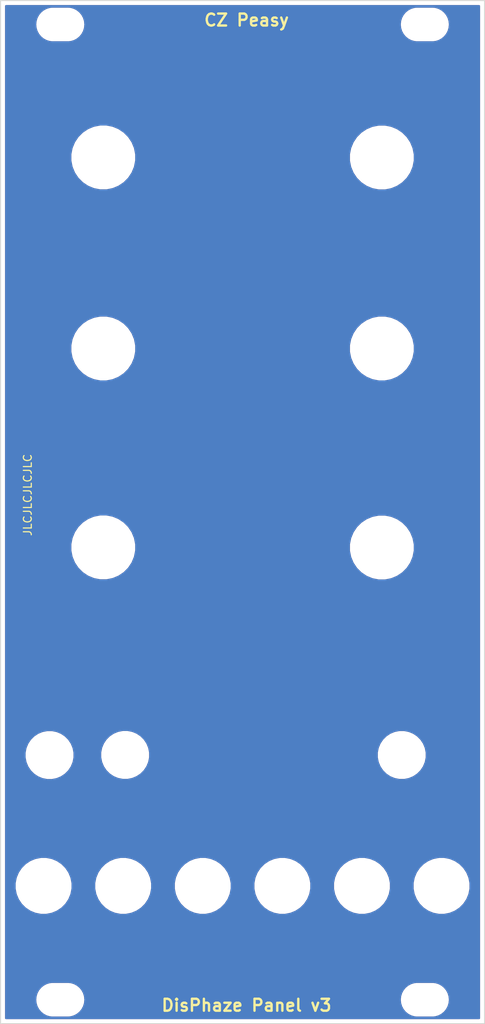
<source format=kicad_pcb>
(kicad_pcb (version 20171130) (host pcbnew "(5.1.5)-3")

  (general
    (thickness 1.6)
    (drawings 108)
    (tracks 0)
    (zones 0)
    (modules 20)
    (nets 1)
  )

  (page A4)
  (layers
    (0 F.Cu signal)
    (31 B.Cu signal)
    (32 B.Adhes user)
    (33 F.Adhes user)
    (34 B.Paste user)
    (35 F.Paste user)
    (36 B.SilkS user)
    (37 F.SilkS user hide)
    (38 B.Mask user)
    (39 F.Mask user)
    (40 Dwgs.User user hide)
    (41 Cmts.User user)
    (42 Eco1.User user)
    (43 Eco2.User user)
    (44 Edge.Cuts user)
    (45 Margin user)
    (46 B.CrtYd user)
    (47 F.CrtYd user)
    (48 B.Fab user)
    (49 F.Fab user)
  )

  (setup
    (last_trace_width 0.25)
    (user_trace_width 0.5)
    (trace_clearance 0.2)
    (zone_clearance 0.508)
    (zone_45_only no)
    (trace_min 0.2)
    (via_size 0.8)
    (via_drill 0.4)
    (via_min_size 0.4)
    (via_min_drill 0.3)
    (uvia_size 0.3)
    (uvia_drill 0.1)
    (uvias_allowed no)
    (uvia_min_size 0.2)
    (uvia_min_drill 0.1)
    (edge_width 0.1)
    (segment_width 0.4)
    (pcb_text_width 0.3)
    (pcb_text_size 1.5 1.5)
    (mod_edge_width 0.15)
    (mod_text_size 1 1)
    (mod_text_width 0.15)
    (pad_size 7 7)
    (pad_drill 7)
    (pad_to_mask_clearance 0)
    (solder_mask_min_width 0.25)
    (aux_axis_origin 0 0)
    (visible_elements 7FFDF76F)
    (pcbplotparams
      (layerselection 0x010fc_ffffffff)
      (usegerberextensions false)
      (usegerberattributes false)
      (usegerberadvancedattributes false)
      (creategerberjobfile false)
      (excludeedgelayer true)
      (linewidth 0.100000)
      (plotframeref false)
      (viasonmask false)
      (mode 1)
      (useauxorigin false)
      (hpglpennumber 1)
      (hpglpenspeed 20)
      (hpglpendiameter 15.000000)
      (psnegative false)
      (psa4output false)
      (plotreference false)
      (plotvalue false)
      (plotinvisibletext false)
      (padsonsilk false)
      (subtractmaskfromsilk false)
      (outputformat 1)
      (mirror false)
      (drillshape 0)
      (scaleselection 1)
      (outputdirectory "Gerbers/Panel/"))
  )

  (net 0 "")

  (net_class Default "This is the default net class."
    (clearance 0.2)
    (trace_width 0.25)
    (via_dia 0.8)
    (via_drill 0.4)
    (uvia_dia 0.3)
    (uvia_drill 0.1)
  )

  (net_class Wide_Power ""
    (clearance 0.2)
    (trace_width 0.5)
    (via_dia 0.8)
    (via_drill 0.4)
    (uvia_dia 0.3)
    (uvia_drill 0.1)
  )

  (module Custom_Footprints:Alpha_9mm_pot_hole (layer B.Cu) (tedit 5F7C9874) (tstamp 5C92E25D)
    (at 112.5 60.5)
    (descr "Mounting Hole 7mm")
    (tags "mounting hole 7mm")
    (fp_text reference Ref** (at 0.5 6.5) (layer B.SilkS) hide
      (effects (font (size 1 1) (thickness 0.15)) (justify mirror))
    )
    (fp_text value Alpha_9mm_pot (at 0 -6.5) (layer B.Fab) hide
      (effects (font (size 1 1) (thickness 0.15)) (justify mirror))
    )
    (fp_circle (center 0 0) (end 7.75 0) (layer Dwgs.User) (width 0.15))
    (fp_circle (center 0 0) (end 3.5 0) (layer Cmts.User) (width 0.15))
    (fp_circle (center 0 0) (end 6 0) (layer B.CrtYd) (width 0.05))
    (pad "" np_thru_hole circle (at 0 0) (size 7 7) (drill 7) (layers *.Cu *.Mask))
    (model :custom_3d:Sifam_Knob_Small_Skirted.wrl
      (at (xyz 0 0 0))
      (scale (xyz 1 1 1))
      (rotate (xyz 0 0 0))
    )
  )

  (module Custom_Footprints:Alpha_9mm_pot_hole (layer B.Cu) (tedit 5F7C9874) (tstamp 5C92E1ED)
    (at 112.5 84.5)
    (descr "Mounting Hole 7mm")
    (tags "mounting hole 7mm")
    (fp_text reference Ref** (at 0.5 6.5) (layer B.SilkS) hide
      (effects (font (size 1 1) (thickness 0.15)) (justify mirror))
    )
    (fp_text value Alpha_9mm_pot (at 0 -6.5) (layer B.Fab) hide
      (effects (font (size 1 1) (thickness 0.15)) (justify mirror))
    )
    (fp_circle (center 0 0) (end 7.75 0) (layer Dwgs.User) (width 0.15))
    (fp_circle (center 0 0) (end 3.5 0) (layer Cmts.User) (width 0.15))
    (fp_circle (center 0 0) (end 6 0) (layer B.CrtYd) (width 0.05))
    (pad "" np_thru_hole circle (at 0 0) (size 7 7) (drill 7) (layers *.Cu *.Mask))
    (model :custom_3d:Sifam_Knob_Small_Skirted.wrl
      (at (xyz 0 0 0))
      (scale (xyz 1 1 1))
      (rotate (xyz 0 0 0))
    )
  )

  (module Custom_Footprints:Alpha_9mm_pot_hole (layer B.Cu) (tedit 5F7C9874) (tstamp 5C92E195)
    (at 147.5 84.5)
    (descr "Mounting Hole 7mm")
    (tags "mounting hole 7mm")
    (fp_text reference Ref** (at 0.5 6.5) (layer B.SilkS) hide
      (effects (font (size 1 1) (thickness 0.15)) (justify mirror))
    )
    (fp_text value Alpha_9mm_pot (at 0 -6.5) (layer B.Fab) hide
      (effects (font (size 1 1) (thickness 0.15)) (justify mirror))
    )
    (fp_circle (center 0 0) (end 7.75 0) (layer Dwgs.User) (width 0.15))
    (fp_circle (center 0 0) (end 3.5 0) (layer Cmts.User) (width 0.15))
    (fp_circle (center 0 0) (end 6 0) (layer B.CrtYd) (width 0.05))
    (pad "" np_thru_hole circle (at 0 0) (size 7 7) (drill 7) (layers *.Cu *.Mask))
    (model :custom_3d:Sifam_Knob_Small_Skirted.wrl
      (at (xyz 0 0 0))
      (scale (xyz 1 1 1))
      (rotate (xyz 0 0 0))
    )
  )

  (module Custom_Footprints:Alpha_9mm_pot_hole (layer B.Cu) (tedit 5F7C9874) (tstamp 5C92E132)
    (at 112.5 109.48)
    (descr "Mounting Hole 7mm")
    (tags "mounting hole 7mm")
    (fp_text reference Ref** (at 0.5 6.5) (layer B.SilkS) hide
      (effects (font (size 1 1) (thickness 0.15)) (justify mirror))
    )
    (fp_text value Alpha_9mm_pot (at 0 -6.5) (layer B.Fab) hide
      (effects (font (size 1 1) (thickness 0.15)) (justify mirror))
    )
    (fp_circle (center 0 0) (end 7.75 0) (layer Dwgs.User) (width 0.15))
    (fp_circle (center 0 0) (end 3.5 0) (layer Cmts.User) (width 0.15))
    (fp_circle (center 0 0) (end 6 0) (layer B.CrtYd) (width 0.05))
    (pad "" np_thru_hole circle (at 0 0) (size 7 7) (drill 7) (layers *.Cu *.Mask))
    (model :custom_3d:Sifam_Knob_Small_Skirted.wrl
      (at (xyz 0 0 0))
      (scale (xyz 1 1 1))
      (rotate (xyz 0 0 0))
    )
  )

  (module Custom_Footprints:Alpha_9mm_pot_hole (layer B.Cu) (tedit 5F7C9874) (tstamp 5C93B4F9)
    (at 147.5 109.5)
    (descr "Mounting Hole 7mm")
    (tags "mounting hole 7mm")
    (fp_text reference Ref** (at 0.5 6.5) (layer B.SilkS) hide
      (effects (font (size 1 1) (thickness 0.15)) (justify mirror))
    )
    (fp_text value Alpha_9mm_pot (at 0 -6.5) (layer B.Fab) hide
      (effects (font (size 1 1) (thickness 0.15)) (justify mirror))
    )
    (fp_circle (center 0 0) (end 7.75 0) (layer Dwgs.User) (width 0.15))
    (fp_circle (center 0 0) (end 3.5 0) (layer Cmts.User) (width 0.15))
    (fp_circle (center 0 0) (end 6 0) (layer B.CrtYd) (width 0.05))
    (pad "" np_thru_hole circle (at 0 0) (size 7 7) (drill 7) (layers *.Cu *.Mask))
    (model :custom_3d:Sifam_Knob_Small_Skirted.wrl
      (at (xyz 0 0 0))
      (scale (xyz 1 1 1))
      (rotate (xyz 0 0 0))
    )
  )

  (module Custom_Footprints:Alpha_9mm_pot_hole (layer B.Cu) (tedit 5F7C9874) (tstamp 5C92DFB5)
    (at 147.5 60.51)
    (descr "Mounting Hole 7mm")
    (tags "mounting hole 7mm")
    (fp_text reference Ref** (at 0.5 6.5) (layer B.SilkS) hide
      (effects (font (size 1 1) (thickness 0.15)) (justify mirror))
    )
    (fp_text value Alpha_9mm_pot (at 0 -6.5) (layer B.Fab) hide
      (effects (font (size 1 1) (thickness 0.15)) (justify mirror))
    )
    (fp_circle (center 0 0) (end 7.75 0) (layer Dwgs.User) (width 0.15))
    (fp_circle (center 0 0) (end 3.5 0) (layer Cmts.User) (width 0.15))
    (fp_circle (center 0 0) (end 6 0) (layer B.CrtYd) (width 0.05))
    (pad "" np_thru_hole circle (at 0 0) (size 7 7) (drill 7) (layers *.Cu *.Mask))
    (model :custom_3d:Sifam_Knob_Small_Skirted.wrl
      (at (xyz 0 0 0))
      (scale (xyz 1 1 1))
      (rotate (xyz 0 0 0))
    )
  )

  (module Custom_Footprints:Thonkiconn_Socket_MountingHole_6mm (layer B.Cu) (tedit 5F7C9DF4) (tstamp 5C931086)
    (at 105 152)
    (descr "Mounting Hole 6mm, no annular")
    (tags "mounting hole 6mm no annular")
    (fp_text reference Ref** (at 0 5.8) (layer B.SilkS) hide
      (effects (font (size 1 1) (thickness 0.15)) (justify mirror))
    )
    (fp_text value Thonkiconn_Socket_MountingHole_6mm (at 0 -5.825) (layer B.Fab)
      (effects (font (size 1 1) (thickness 0.15)) (justify mirror))
    )
    (fp_circle (center 0 0) (end 4.5 0) (layer B.CrtYd) (width 0.05))
    (pad "" np_thru_hole circle (at 0 0) (size 6 6) (drill 6) (layers *.Cu *.Mask))
    (model ":custom_3d:PJ301M-12 Thonkiconn v0.2.stp"
      (offset (xyz 0 0.7 -11.5))
      (scale (xyz 1 1 1))
      (rotate (xyz 0 0 0))
    )
    (model :custom_3d:6mm_Nut.wrl
      (at (xyz 0 0 0))
      (scale (xyz 1 1 1))
      (rotate (xyz 0 0 0))
    )
  )

  (module Custom_Footprints:Thonkiconn_Socket_MountingHole_6mm (layer B.Cu) (tedit 5F7C9DF4) (tstamp 5C93107C)
    (at 115 152)
    (descr "Mounting Hole 6mm, no annular")
    (tags "mounting hole 6mm no annular")
    (fp_text reference Ref** (at 0 5.8) (layer B.SilkS) hide
      (effects (font (size 1 1) (thickness 0.15)) (justify mirror))
    )
    (fp_text value Thonkiconn_Socket_MountingHole_6mm (at 0 -5.825) (layer B.Fab)
      (effects (font (size 1 1) (thickness 0.15)) (justify mirror))
    )
    (fp_circle (center 0 0) (end 4.5 0) (layer B.CrtYd) (width 0.05))
    (pad "" np_thru_hole circle (at 0 0) (size 6 6) (drill 6) (layers *.Cu *.Mask))
    (model ":custom_3d:PJ301M-12 Thonkiconn v0.2.stp"
      (offset (xyz 0 0.7 -11.5))
      (scale (xyz 1 1 1))
      (rotate (xyz 0 0 0))
    )
    (model :custom_3d:6mm_Nut.wrl
      (at (xyz 0 0 0))
      (scale (xyz 1 1 1))
      (rotate (xyz 0 0 0))
    )
  )

  (module Custom_Footprints:Thonkiconn_Socket_MountingHole_6mm (layer B.Cu) (tedit 5F7C9DF4) (tstamp 5C931072)
    (at 125 152)
    (descr "Mounting Hole 6mm, no annular")
    (tags "mounting hole 6mm no annular")
    (fp_text reference Ref** (at 0 5.8) (layer B.SilkS) hide
      (effects (font (size 1 1) (thickness 0.15)) (justify mirror))
    )
    (fp_text value Thonkiconn_Socket_MountingHole_6mm (at 0 -5.825) (layer B.Fab)
      (effects (font (size 1 1) (thickness 0.15)) (justify mirror))
    )
    (fp_circle (center 0 0) (end 4.5 0) (layer B.CrtYd) (width 0.05))
    (pad "" np_thru_hole circle (at 0 0) (size 6 6) (drill 6) (layers *.Cu *.Mask))
    (model ":custom_3d:PJ301M-12 Thonkiconn v0.2.stp"
      (offset (xyz 0 0.7 -11.5))
      (scale (xyz 1 1 1))
      (rotate (xyz 0 0 0))
    )
    (model :custom_3d:6mm_Nut.wrl
      (at (xyz 0 0 0))
      (scale (xyz 1 1 1))
      (rotate (xyz 0 0 0))
    )
  )

  (module Custom_Footprints:Thonkiconn_Socket_MountingHole_6mm (layer B.Cu) (tedit 5F7C9DF4) (tstamp 5C931068)
    (at 135 152)
    (descr "Mounting Hole 6mm, no annular")
    (tags "mounting hole 6mm no annular")
    (fp_text reference Ref** (at 0 5.8) (layer B.SilkS) hide
      (effects (font (size 1 1) (thickness 0.15)) (justify mirror))
    )
    (fp_text value Thonkiconn_Socket_MountingHole_6mm (at 0 -5.825) (layer B.Fab)
      (effects (font (size 1 1) (thickness 0.15)) (justify mirror))
    )
    (fp_circle (center 0 0) (end 4.5 0) (layer B.CrtYd) (width 0.05))
    (pad "" np_thru_hole circle (at 0 0) (size 6 6) (drill 6) (layers *.Cu *.Mask))
    (model ":custom_3d:PJ301M-12 Thonkiconn v0.2.stp"
      (offset (xyz 0 0.7 -11.5))
      (scale (xyz 1 1 1))
      (rotate (xyz 0 0 0))
    )
    (model :custom_3d:6mm_Nut.wrl
      (at (xyz 0 0 0))
      (scale (xyz 1 1 1))
      (rotate (xyz 0 0 0))
    )
  )

  (module Custom_Footprints:Thonkiconn_Socket_MountingHole_6mm (layer B.Cu) (tedit 5F7C9DF4) (tstamp 5C93105E)
    (at 145 152)
    (descr "Mounting Hole 6mm, no annular")
    (tags "mounting hole 6mm no annular")
    (fp_text reference Ref** (at 0 5.8) (layer B.SilkS) hide
      (effects (font (size 1 1) (thickness 0.15)) (justify mirror))
    )
    (fp_text value Thonkiconn_Socket_MountingHole_6mm (at 0 -5.825) (layer B.Fab)
      (effects (font (size 1 1) (thickness 0.15)) (justify mirror))
    )
    (fp_circle (center 0 0) (end 4.5 0) (layer B.CrtYd) (width 0.05))
    (pad "" np_thru_hole circle (at 0 0) (size 6 6) (drill 6) (layers *.Cu *.Mask))
    (model ":custom_3d:PJ301M-12 Thonkiconn v0.2.stp"
      (offset (xyz 0 0.7 -11.5))
      (scale (xyz 1 1 1))
      (rotate (xyz 0 0 0))
    )
    (model :custom_3d:6mm_Nut.wrl
      (at (xyz 0 0 0))
      (scale (xyz 1 1 1))
      (rotate (xyz 0 0 0))
    )
  )

  (module Custom_Footprints:Thonkiconn_Socket_MountingHole_6mm (layer B.Cu) (tedit 5F7C9DF4) (tstamp 5C930EF4)
    (at 155 152)
    (descr "Mounting Hole 6mm, no annular")
    (tags "mounting hole 6mm no annular")
    (fp_text reference Ref** (at 0 5.8) (layer B.SilkS) hide
      (effects (font (size 1 1) (thickness 0.15)) (justify mirror))
    )
    (fp_text value Thonkiconn_Socket_MountingHole_6mm (at 0 -5.825) (layer B.Fab)
      (effects (font (size 1 1) (thickness 0.15)) (justify mirror))
    )
    (fp_circle (center 0 0) (end 4.5 0) (layer B.CrtYd) (width 0.05))
    (pad "" np_thru_hole circle (at 0 0) (size 6 6) (drill 6) (layers *.Cu *.Mask))
    (model ":custom_3d:PJ301M-12 Thonkiconn v0.2.stp"
      (offset (xyz 0 0.7 -11.5))
      (scale (xyz 1 1 1))
      (rotate (xyz 0 0 0))
    )
    (model :custom_3d:6mm_Nut.wrl
      (at (xyz 0 0 0))
      (scale (xyz 1 1 1))
      (rotate (xyz 0 0 0))
    )
  )

  (module Custom_Footprints:Sub_Miniature_Switch_MountingHole_5mm (layer B.Cu) (tedit 5F7CD364) (tstamp 5C930C5E)
    (at 150 135.56)
    (descr "Mounting Hole 6mm, no annular")
    (tags "mounting hole 6mm no annular")
    (fp_text reference Ref** (at 0 5.4) (layer B.SilkS) hide
      (effects (font (size 1 1) (thickness 0.15)) (justify mirror))
    )
    (fp_text value Subminiature_Switch (at 0 -5.1) (layer B.Fab) hide
      (effects (font (size 1 1) (thickness 0.15)) (justify mirror))
    )
    (fp_circle (center 0 0) (end 2.5 0) (layer Cmts.User) (width 0.15))
    (fp_circle (center 0 0) (end 4 0) (layer B.CrtYd) (width 0.05))
    (pad "" np_thru_hole circle (at 0 0) (size 5 5) (drill 5) (layers *.Cu *.Mask))
    (model ":custom_3d:Eledis 1A11-NF1STSE SPDT Toggle Switch.stp"
      (offset (xyz 0 3.8 -12))
      (scale (xyz 0.8 0.8 0.8))
      (rotate (xyz 0 0 90))
    )
    (model :custom_3d:6mm_Nut.wrl
      (at (xyz 0 0 0))
      (scale (xyz 0.87 0.87 0.87))
      (rotate (xyz 0 0 0))
    )
  )

  (module Custom_Footprints:Sub_Miniature_Switch_MountingHole_5mm (layer B.Cu) (tedit 5F7CD364) (tstamp 5C930D43)
    (at 105.75 135.57)
    (descr "Mounting Hole 6mm, no annular")
    (tags "mounting hole 6mm no annular")
    (fp_text reference Ref** (at 0 5.4) (layer B.SilkS) hide
      (effects (font (size 1 1) (thickness 0.15)) (justify mirror))
    )
    (fp_text value Subminiature_Switch (at 0 -5.1) (layer B.Fab) hide
      (effects (font (size 1 1) (thickness 0.15)) (justify mirror))
    )
    (fp_circle (center 0 0) (end 2.5 0) (layer Cmts.User) (width 0.15))
    (fp_circle (center 0 0) (end 4 0) (layer B.CrtYd) (width 0.05))
    (pad "" np_thru_hole circle (at 0 0) (size 5 5) (drill 5) (layers *.Cu *.Mask))
    (model ":custom_3d:Eledis 1A11-NF1STSE SPDT Toggle Switch.stp"
      (offset (xyz 0 3.8 -12))
      (scale (xyz 0.8 0.8 0.8))
      (rotate (xyz 0 0 90))
    )
    (model :custom_3d:6mm_Nut.wrl
      (at (xyz 0 0 0))
      (scale (xyz 0.87 0.87 0.87))
      (rotate (xyz 0 0 0))
    )
  )

  (module Custom_Footprints:Sub_Miniature_Switch_MountingHole_5mm (layer B.Cu) (tedit 5F7CD364) (tstamp 5C930D27)
    (at 115.25 135.55)
    (descr "Mounting Hole 6mm, no annular")
    (tags "mounting hole 6mm no annular")
    (fp_text reference Ref** (at 0 5.4) (layer B.SilkS) hide
      (effects (font (size 1 1) (thickness 0.15)) (justify mirror))
    )
    (fp_text value Subminiature_Switch (at 0 -5.1) (layer B.Fab) hide
      (effects (font (size 1 1) (thickness 0.15)) (justify mirror))
    )
    (fp_circle (center 0 0) (end 2.5 0) (layer Cmts.User) (width 0.15))
    (fp_circle (center 0 0) (end 4 0) (layer B.CrtYd) (width 0.05))
    (pad "" np_thru_hole circle (at 0 0) (size 5 5) (drill 5) (layers *.Cu *.Mask))
    (model ":custom_3d:Eledis 1A11-NF1STSE SPDT Toggle Switch.stp"
      (offset (xyz 0 3.8 -12))
      (scale (xyz 0.8 0.8 0.8))
      (rotate (xyz 0 0 90))
    )
    (model :custom_3d:6mm_Nut.wrl
      (at (xyz 0 0 0))
      (scale (xyz 0.87 0.87 0.87))
      (rotate (xyz 0 0 0))
    )
  )

  (module logo:disphaze (layer B.Cu) (tedit 0) (tstamp 5C965B87)
    (at 129.7 45.1 180)
    (fp_text reference G1 (at 0 0 180) (layer B.SilkS) hide
      (effects (font (size 1.524 1.524) (thickness 0.3)) (justify mirror))
    )
    (fp_text value LOGO (at 0.75 0 180) (layer B.SilkS) hide
      (effects (font (size 1.524 1.524) (thickness 0.3)) (justify mirror))
    )
    (fp_poly (pts (xy 9.628372 1.3082) (xy 9.621921 1.118212) (xy 9.60538 0.87741) (xy 9.591522 0.728017)
      (xy 9.554671 0.375447) (xy 9.237103 0.401782) (xy 8.919535 0.428118) (xy 8.919535 0.243594)
      (xy 8.924514 0.137889) (xy 8.958896 0.083007) (xy 9.051848 0.062288) (xy 9.232537 0.05907)
      (xy 9.242565 0.05907) (xy 9.439822 0.05012) (xy 9.533086 0.021148) (xy 9.542848 -0.014767)
      (xy 9.51356 -0.125922) (xy 9.485315 -0.247823) (xy 9.450605 -0.346132) (xy 9.37922 -0.397017)
      (xy 9.235982 -0.420265) (xy 9.170265 -0.425032) (xy 9.000399 -0.441308) (xy 8.915203 -0.477112)
      (xy 8.881272 -0.555921) (xy 8.87149 -0.635) (xy 8.866852 -0.741579) (xy 8.893145 -0.801555)
      (xy 8.972475 -0.821592) (xy 9.126944 -0.808352) (xy 9.33712 -0.77537) (xy 9.60703 -0.730805)
      (xy 9.494578 -1.299535) (xy 7.815927 -1.299535) (xy 7.776166 0.026964) (xy 7.763139 0.415245)
      (xy 7.748709 0.766873) (xy 7.733838 1.063605) (xy 7.719489 1.287196) (xy 7.706622 1.419404)
      (xy 7.701418 1.444638) (xy 7.700718 1.478453) (xy 7.738844 1.502839) (xy 7.83121 1.51928)
      (xy 7.993231 1.529262) (xy 8.240321 1.534272) (xy 8.587892 1.535795) (xy 8.647401 1.535814)
      (xy 9.628372 1.535814) (xy 9.628372 1.3082)) (layer B.Mask) (width 0.01))
    (fp_poly (pts (xy 6.788091 1.533393) (xy 7.093184 1.526651) (xy 7.335742 1.516373) (xy 7.497622 1.503342)
      (xy 7.560684 1.488343) (xy 7.560931 1.487323) (xy 7.537677 1.420781) (xy 7.472894 1.26406)
      (xy 7.374049 1.034482) (xy 7.248612 0.749368) (xy 7.104049 0.42604) (xy 7.088372 0.391262)
      (xy 6.942329 0.065387) (xy 6.814621 -0.223635) (xy 6.712706 -0.458591) (xy 6.644041 -0.622267)
      (xy 6.616085 -0.697451) (xy 6.615814 -0.699516) (xy 6.669136 -0.717094) (xy 6.807862 -0.719476)
      (xy 6.971777 -0.70869) (xy 7.175304 -0.695209) (xy 7.279642 -0.705567) (xy 7.301702 -0.741744)
      (xy 7.299933 -0.747122) (xy 7.26772 -0.84728) (xy 7.221631 -1.007788) (xy 7.207507 -1.059561)
      (xy 7.142889 -1.299535) (xy 6.318189 -1.299535) (xy 6.021419 -1.296379) (xy 5.772062 -1.287715)
      (xy 5.591282 -1.274743) (xy 5.50024 -1.258667) (xy 5.493489 -1.252679) (xy 5.510262 -1.17167)
      (xy 5.560711 -0.980297) (xy 5.645032 -0.677861) (xy 5.763418 -0.263659) (xy 5.880312 0.140136)
      (xy 5.963972 0.427946) (xy 5.640126 0.40109) (xy 5.316279 0.374234) (xy 5.316279 1.535814)
      (xy 6.438605 1.535814) (xy 6.788091 1.533393)) (layer B.Mask) (width 0.01))
    (fp_poly (pts (xy 1.319249 0.645323) (xy 1.280705 -0.245169) (xy 1.482097 -0.225956) (xy 1.683489 -0.206744)
      (xy 1.648121 1.535814) (xy 2.850568 1.535814) (xy 2.814037 0.959884) (xy 2.79701 0.67321)
      (xy 2.777355 0.313629) (xy 2.75746 -0.073734) (xy 2.739709 -0.44375) (xy 2.739067 -0.457791)
      (xy 2.700628 -1.299535) (xy 1.772093 -1.299535) (xy 1.772093 -1.004186) (xy 1.761087 -0.813305)
      (xy 1.718573 -0.724901) (xy 1.630307 -0.724582) (xy 1.537411 -0.767052) (xy 1.456094 -0.788668)
      (xy 1.395583 -0.730957) (xy 1.350698 -0.634145) (xy 1.310463 -0.541587) (xy 1.285751 -0.517684)
      (xy 1.270944 -0.576218) (xy 1.260423 -0.730973) (xy 1.254025 -0.871279) (xy 1.23529 -1.299535)
      (xy 0.194571 -1.299535) (xy 0.15532 -0.280581) (xy 0.139808 0.089804) (xy 0.122431 0.451716)
      (xy 0.104802 0.774814) (xy 0.088534 1.028759) (xy 0.079937 1.137093) (xy 0.043805 1.535814)
      (xy 1.357792 1.535814) (xy 1.319249 0.645323)) (layer B.Mask) (width 0.01))
    (fp_poly (pts (xy -1.606887 1.585383) (xy -1.277877 1.556572) (xy -0.98731 1.5077) (xy -0.796396 1.450742)
      (xy -0.47537 1.25943) (xy -0.24196 0.997545) (xy -0.104887 0.680247) (xy -0.072871 0.322694)
      (xy -0.084529 0.213327) (xy -0.18937 -0.12769) (xy -0.386743 -0.3986) (xy -0.668985 -0.591886)
      (xy -1.01325 -0.697534) (xy -1.27 -0.741088) (xy -1.288004 -1.020311) (xy -1.306008 -1.299535)
      (xy -1.803739 -1.299535) (xy -2.046872 -1.297448) (xy -2.196632 -1.287008) (xy -2.277767 -1.261949)
      (xy -2.315025 -1.216002) (xy -2.328544 -1.166628) (xy -2.338776 -1.067747) (xy -2.351155 -0.871526)
      (xy -2.364658 -0.598724) (xy -2.378266 -0.270097) (xy -2.390782 0.088605) (xy -1.240465 0.088605)
      (xy -1.228773 -0.119342) (xy -1.185661 -0.220695) (xy -1.099076 -0.225404) (xy -0.958259 -0.144325)
      (xy -0.849353 -0.007812) (xy -0.839308 0.152996) (xy -0.928122 0.297716) (xy -0.958259 0.321534)
      (xy -1.099912 0.402911) (xy -1.186128 0.397519) (xy -1.228961 0.295408) (xy -1.240465 0.088605)
      (xy -2.390782 0.088605) (xy -2.390957 0.093595) (xy -2.391732 0.11814) (xy -2.404559 0.483035)
      (xy -2.418794 0.813869) (xy -2.433339 1.08998) (xy -2.447099 1.290708) (xy -2.458976 1.395394)
      (xy -2.459684 1.398493) (xy -2.46595 1.478219) (xy -2.416588 1.525114) (xy -2.285312 1.557293)
      (xy -2.212478 1.568832) (xy -1.9324 1.590635) (xy -1.606887 1.585383)) (layer B.Mask) (width 0.01))
    (fp_poly (pts (xy -6.045748 0.959884) (xy -6.06251 0.673211) (xy -6.081941 0.313631) (xy -6.101678 -0.07373)
      (xy -6.119357 -0.443746) (xy -6.119999 -0.457791) (xy -6.158399 -1.299535) (xy -7.191439 -1.299535)
      (xy -7.230082 -0.162442) (xy -7.244107 0.213505) (xy -7.259625 0.568077) (xy -7.275394 0.876832)
      (xy -7.290169 1.11533) (xy -7.302231 1.255233) (xy -7.335737 1.535814) (xy -6.009897 1.535814)
      (xy -6.045748 0.959884)) (layer B.Mask) (width 0.01))
    (fp_poly (pts (xy 4.064666 1.523084) (xy 4.62735 1.506279) (xy 4.709226 1.092791) (xy 4.750076 0.895796)
      (xy 4.807895 0.629294) (xy 4.877293 0.316845) (xy 4.952881 -0.017988) (xy 5.029272 -0.351644)
      (xy 5.101076 -0.660563) (xy 5.162906 -0.921183) (xy 5.209371 -1.109943) (xy 5.232722 -1.196163)
      (xy 5.237287 -1.246049) (xy 5.198728 -1.276784) (xy 5.096073 -1.292893) (xy 4.908356 -1.298898)
      (xy 4.753567 -1.299535) (xy 4.504654 -1.296997) (xy 4.349505 -1.28585) (xy 4.263789 -1.260796)
      (xy 4.223177 -1.216538) (xy 4.211069 -1.181395) (xy 4.18054 -1.094634) (xy 4.133223 -1.074107)
      (xy 4.042225 -1.122676) (xy 3.921151 -1.212256) (xy 3.725801 -1.361257) (xy 3.62423 -1.167954)
      (xy 3.52266 -0.974651) (xy 3.486743 -1.122326) (xy 3.448882 -1.213997) (xy 3.370238 -1.26213)
      (xy 3.216054 -1.284787) (xy 3.167549 -1.288211) (xy 2.998843 -1.2942) (xy 2.921796 -1.277226)
      (xy 2.910713 -1.227908) (xy 2.918869 -1.197416) (xy 2.960256 -1.047726) (xy 3.019439 -0.808582)
      (xy 3.031614 -0.756822) (xy 3.603256 -0.756822) (xy 3.653059 -0.764653) (xy 3.770708 -0.754453)
      (xy 3.908567 -0.733099) (xy 4.018999 -0.707464) (xy 4.053426 -0.691846) (xy 4.052232 -0.624092)
      (xy 4.015369 -0.492072) (xy 3.958471 -0.337089) (xy 3.897171 -0.200444) (xy 3.847103 -0.123442)
      (xy 3.836271 -0.11814) (xy 3.799207 -0.168492) (xy 3.743496 -0.293903) (xy 3.683171 -0.455901)
      (xy 3.632269 -0.616016) (xy 3.604825 -0.735778) (xy 3.603256 -0.756822) (xy 3.031614 -0.756822)
      (xy 3.090549 -0.506275) (xy 3.16772 -0.167095) (xy 3.245081 0.182667) (xy 3.316765 0.516719)
      (xy 3.376904 0.80877) (xy 3.419629 1.03253) (xy 3.429326 1.089495) (xy 3.501983 1.539889)
      (xy 4.064666 1.523084)) (layer B.Mask) (width 0.01))
    (fp_poly (pts (xy -4.48486 1.587676) (xy -4.313299 1.553032) (xy -4.209276 1.471418) (xy -4.156069 1.323303)
      (xy -4.136952 1.089152) (xy -4.134883 0.887357) (xy -4.136565 0.638812) (xy -4.145042 0.487049)
      (xy -4.165468 0.410719) (xy -4.202991 0.388477) (xy -4.253338 0.396455) (xy -4.404557 0.384296)
      (xy -4.513909 0.284354) (xy -4.546528 0.155209) (xy -4.515195 0.02972) (xy -4.438479 -0.138337)
      (xy -4.399156 -0.206744) (xy -4.279071 -0.491506) (xy -4.267667 -0.762623) (xy -4.360046 -1.002892)
      (xy -4.551307 -1.195111) (xy -4.704067 -1.277158) (xy -4.972544 -1.342167) (xy -5.266345 -1.341427)
      (xy -5.384529 -1.318962) (xy -5.469483 -1.247213) (xy -5.520241 -1.133838) (xy -5.559947 -0.975938)
      (xy -5.587756 -0.874815) (xy -5.584892 -0.80964) (xy -5.51011 -0.773985) (xy -5.363439 -0.756676)
      (xy -5.199242 -0.734766) (xy -5.119164 -0.687519) (xy -5.090028 -0.60065) (xy -5.105493 -0.499887)
      (xy -5.185177 -0.366606) (xy -5.340627 -0.183327) (xy -5.424602 -0.09419) (xy -5.679822 0.208658)
      (xy -5.829511 0.484257) (xy -5.877687 0.749581) (xy -5.828368 1.021607) (xy -5.737253 1.226478)
      (xy -5.596275 1.376169) (xy -5.364001 1.4935) (xy -5.064952 1.569404) (xy -4.740685 1.594884)
      (xy -4.48486 1.587676)) (layer B.Mask) (width 0.01))
    (fp_poly (pts (xy -8.572119 1.517082) (xy -8.170842 1.360686) (xy -7.854644 1.12396) (xy -7.61245 0.802322)
      (xy -7.472753 0.433889) (xy -7.439466 0.036968) (xy -7.516505 -0.370132) (xy -7.527997 -0.403858)
      (xy -7.697294 -0.748918) (xy -7.935918 -1.009867) (xy -8.251358 -1.191351) (xy -8.651101 -1.298018)
      (xy -9.024027 -1.332193) (xy -9.275238 -1.337028) (xy -9.494167 -1.334459) (xy -9.644117 -1.325142)
      (xy -9.672577 -1.320618) (xy -9.729233 -1.303977) (xy -9.772925 -1.27248) (xy -9.805954 -1.211509)
      (xy -9.830623 -1.106444) (xy -9.849233 -0.942666) (xy -9.864086 -0.705557) (xy -9.877484 -0.380497)
      (xy -9.883271 -0.206744) (xy -8.742325 -0.206744) (xy -8.735724 -0.500808) (xy -8.71094 -0.685306)
      (xy -8.660501 -0.768324) (xy -8.576935 -0.75795) (xy -8.45277 -0.66227) (xy -8.383363 -0.595241)
      (xy -8.258613 -0.43448) (xy -8.213133 -0.254362) (xy -8.210697 -0.179068) (xy -8.252203 0.038834)
      (xy -8.36097 0.219464) (xy -8.513371 0.332137) (xy -8.621501 0.354419) (xy -8.677618 0.346519)
      (xy -8.713031 0.308178) (xy -8.732467 0.217434) (xy -8.740656 0.052324) (xy -8.742325 -0.206744)
      (xy -9.883271 -0.206744) (xy -9.891729 0.047132) (xy -9.892691 0.077312) (xy -9.905693 0.439333)
      (xy -9.920341 0.77062) (xy -9.935444 1.04908) (xy -9.94981 1.252618) (xy -9.961736 1.356703)
      (xy -9.995407 1.52506) (xy -9.602106 1.567179) (xy -9.049904 1.586089) (xy -8.572119 1.517082)) (layer B.Mask) (width 0.01))
  )

  (module Custom_Footprints:Oval_Mounting_Hole (layer F.Cu) (tedit 5C93BEBC) (tstamp 5C9650F8)
    (at 152.9 43.8)
    (descr "Mounting Hole 6mm, no annular")
    (tags "mounting hole 6mm no annular")
    (fp_text reference Ref** (at 0 -3.5) (layer F.SilkS) hide
      (effects (font (size 1 1) (thickness 0.15)))
    )
    (fp_text value Oval_Mounting_Hole (at 0 5.08) (layer F.Fab)
      (effects (font (size 1 1) (thickness 0.15)))
    )
    (fp_line (start 5.08 -3) (end 7.5 -3) (layer Dwgs.User) (width 0.15))
    (fp_line (start 5.08 3) (end 7.5 3) (layer Dwgs.User) (width 0.15))
    (fp_line (start 7.5 1.27) (end 7.5 3) (layer Dwgs.User) (width 0.15))
    (fp_line (start 7.5 -3) (end 7.5 -1.27) (layer Dwgs.User) (width 0.15))
    (fp_line (start -7.5 3) (end -5.08 3) (layer Dwgs.User) (width 0.15))
    (fp_line (start -7.5 -3) (end -5.08 -3) (layer Dwgs.User) (width 0.15))
    (fp_line (start -7.5 1.27) (end -7.5 3) (layer Dwgs.User) (width 0.15))
    (fp_line (start -7.5 -3) (end -7.5 -1.27) (layer Dwgs.User) (width 0.15))
    (fp_circle (center 0 0) (end 1.54 0) (layer Cmts.User) (width 0.15))
    (pad "" np_thru_hole oval (at 0 0) (size 5 3.2) (drill oval 5 3.2) (layers *.Cu *.Mask))
  )

  (module Custom_Footprints:Oval_Mounting_Hole (layer F.Cu) (tedit 5C93BEBC) (tstamp 5C96512E)
    (at 107.1 166.3)
    (descr "Mounting Hole 6mm, no annular")
    (tags "mounting hole 6mm no annular")
    (fp_text reference Ref** (at 0 -3.5) (layer F.SilkS) hide
      (effects (font (size 1 1) (thickness 0.15)))
    )
    (fp_text value Oval_Mounting_Hole (at 0 5.08) (layer F.Fab)
      (effects (font (size 1 1) (thickness 0.15)))
    )
    (fp_circle (center 0 0) (end 1.54 0) (layer Cmts.User) (width 0.15))
    (fp_line (start -7.5 -3) (end -7.5 -1.27) (layer Dwgs.User) (width 0.15))
    (fp_line (start -7.5 1.27) (end -7.5 3) (layer Dwgs.User) (width 0.15))
    (fp_line (start -7.5 -3) (end -5.08 -3) (layer Dwgs.User) (width 0.15))
    (fp_line (start -7.5 3) (end -5.08 3) (layer Dwgs.User) (width 0.15))
    (fp_line (start 7.5 -3) (end 7.5 -1.27) (layer Dwgs.User) (width 0.15))
    (fp_line (start 7.5 1.27) (end 7.5 3) (layer Dwgs.User) (width 0.15))
    (fp_line (start 5.08 3) (end 7.5 3) (layer Dwgs.User) (width 0.15))
    (fp_line (start 5.08 -3) (end 7.5 -3) (layer Dwgs.User) (width 0.15))
    (pad "" np_thru_hole oval (at 0 0) (size 5 3.2) (drill oval 5 3.2) (layers *.Cu *.Mask))
  )

  (module Custom_Footprints:Oval_Mounting_Hole (layer F.Cu) (tedit 5C93BEBC) (tstamp 5C965114)
    (at 152.9 166.3)
    (descr "Mounting Hole 6mm, no annular")
    (tags "mounting hole 6mm no annular")
    (fp_text reference Ref** (at 0 -3.5) (layer F.SilkS) hide
      (effects (font (size 1 1) (thickness 0.15)))
    )
    (fp_text value Oval_Mounting_Hole (at 0 5.08) (layer F.Fab)
      (effects (font (size 1 1) (thickness 0.15)))
    )
    (fp_line (start 5.08 -3) (end 7.5 -3) (layer Dwgs.User) (width 0.15))
    (fp_line (start 5.08 3) (end 7.5 3) (layer Dwgs.User) (width 0.15))
    (fp_line (start 7.5 1.27) (end 7.5 3) (layer Dwgs.User) (width 0.15))
    (fp_line (start 7.5 -3) (end 7.5 -1.27) (layer Dwgs.User) (width 0.15))
    (fp_line (start -7.5 3) (end -5.08 3) (layer Dwgs.User) (width 0.15))
    (fp_line (start -7.5 -3) (end -5.08 -3) (layer Dwgs.User) (width 0.15))
    (fp_line (start -7.5 1.27) (end -7.5 3) (layer Dwgs.User) (width 0.15))
    (fp_line (start -7.5 -3) (end -7.5 -1.27) (layer Dwgs.User) (width 0.15))
    (fp_circle (center 0 0) (end 1.54 0) (layer Cmts.User) (width 0.15))
    (pad "" np_thru_hole oval (at 0 0) (size 5 3.2) (drill oval 5 3.2) (layers *.Cu *.Mask))
  )

  (module Custom_Footprints:Oval_Mounting_Hole (layer F.Cu) (tedit 5C93BEBC) (tstamp 5C9650FA)
    (at 107.1 43.8)
    (descr "Mounting Hole 6mm, no annular")
    (tags "mounting hole 6mm no annular")
    (fp_text reference Ref** (at 0 -3.5) (layer F.SilkS) hide
      (effects (font (size 1 1) (thickness 0.15)))
    )
    (fp_text value Oval_Mounting_Hole (at 0 5.08) (layer F.Fab)
      (effects (font (size 1 1) (thickness 0.15)))
    )
    (fp_circle (center 0 0) (end 1.54 0) (layer Cmts.User) (width 0.15))
    (fp_line (start -7.5 -3) (end -7.5 -1.27) (layer Dwgs.User) (width 0.15))
    (fp_line (start -7.5 1.27) (end -7.5 3) (layer Dwgs.User) (width 0.15))
    (fp_line (start -7.5 -3) (end -5.08 -3) (layer Dwgs.User) (width 0.15))
    (fp_line (start -7.5 3) (end -5.08 3) (layer Dwgs.User) (width 0.15))
    (fp_line (start 7.5 -3) (end 7.5 -1.27) (layer Dwgs.User) (width 0.15))
    (fp_line (start 7.5 1.27) (end 7.5 3) (layer Dwgs.User) (width 0.15))
    (fp_line (start 5.08 3) (end 7.5 3) (layer Dwgs.User) (width 0.15))
    (fp_line (start 5.08 -3) (end 7.5 -3) (layer Dwgs.User) (width 0.15))
    (pad "" np_thru_hole oval (at 0 0) (size 5 3.2) (drill oval 5 3.2) (layers *.Cu *.Mask))
  )

  (gr_line (start 115 152) (end 105 152) (layer B.Mask) (width 0.3) (tstamp 5F82F4CF))
  (gr_line (start 155 152) (end 145 152) (layer B.Mask) (width 0.3) (tstamp 5F82F4C3))
  (gr_text JLCJLCJLCJLC (at 103 102.9 90) (layer F.SilkS)
    (effects (font (size 1 1) (thickness 0.15)))
  )
  (gr_line (start 109.3 147.7) (end 109.3 156.2) (layer Dwgs.User) (width 0.15) (tstamp 5F6BA7D2))
  (gr_line (start 150.7 147.7) (end 150.7 156.2) (layer Dwgs.User) (width 0.15))
  (gr_line (start 130 129.7) (end 130 143.3) (layer B.Mask) (width 0.3) (tstamp 5F6B7964))
  (gr_line (start 130.1 53.2) (end 130.1 91.2) (layer B.Mask) (width 0.3) (tstamp 5F6B7934))
  (gr_line (start 125.9 124.9) (end 130 120.6) (layer B.Mask) (width 0.3) (tstamp 5F6B78FA))
  (gr_line (start 130 120.6) (end 134.1 124.9) (layer B.Mask) (width 0.3) (tstamp 5F6B78F9))
  (gr_line (start 134.1 96.6) (end 130 100.9) (layer B.Mask) (width 0.3) (tstamp 5F6B78D9))
  (gr_line (start 130 100.9) (end 125.9 96.6) (layer B.Mask) (width 0.3) (tstamp 5F6B78D6))
  (gr_line (start 125.9 124.9) (end 99.7 124.9) (layer B.Mask) (width 0.3) (tstamp 5F6B7899))
  (gr_line (start 160.3 124.9) (end 134.1 124.9) (layer B.Mask) (width 0.3) (tstamp 5F6B7898))
  (gr_line (start 160.3 96.6) (end 134.1 96.6) (layer B.Mask) (width 0.3) (tstamp 5F6B7721))
  (gr_line (start 125.9 96.6) (end 99.7 96.6) (layer B.Mask) (width 0.3) (tstamp 5F6B7789))
  (gr_poly (pts (xy 159.5 156.5) (xy 150.5 156.5) (xy 150.5 147.5) (xy 159.5 147.5)) (layer B.Mask) (width 0.1) (tstamp 5F68C49A))
  (gr_poly (pts (xy 109.5 156.5) (xy 100.5 156.5) (xy 100.5 147.5) (xy 109.5 147.5)) (layer B.Mask) (width 0.1))
  (gr_arc (start 147.5 109.5) (end 145.575 100.7) (angle -38.1812295) (layer B.Mask) (width 0.4) (tstamp 5F68C048))
  (gr_arc (start 147.5 109.5) (end 154.45 103.75) (angle -38.21410207) (layer B.Mask) (width 0.4) (tstamp 5F68C02C))
  (gr_arc (start 147.5 109.5) (end 138.925 106.75) (angle -44.08890097) (layer B.Mask) (width 0.4) (tstamp 5F68BFFE))
  (gr_arc (start 147.5 109.5) (end 155.575 113.5) (angle -44.13282309) (layer B.Mask) (width 0.4))
  (gr_line (start 160.3 163) (end 99.7 163) (layer B.Mask) (width 0.3) (tstamp 5F68BEF4))
  (gr_line (start 160.3 48.9) (end 99.7 48.9) (layer B.Mask) (width 0.3) (tstamp 5F68BEDE))
  (gr_arc (start 112.5 109.494114) (end 108.6 101.4) (angle -109.7512305) (layer B.Mask) (width 0.4) (tstamp 5F65F3EB))
  (gr_arc (start 112.5 109.5) (end 118.7 116) (angle -109.4833711) (layer B.Mask) (width 0.4))
  (gr_circle (center 112.5 109.505285) (end 121.5 109.505285) (layer Dwgs.User) (width 0.5) (tstamp 5F65F3E7))
  (gr_poly (pts (xy 116 69.4) (xy 109 69.4) (xy 109 68.2)) (layer B.Mask) (width 0.1) (tstamp 5F65F0A2))
  (gr_arc (start 112.5 60.5) (end 118.4 67.3) (angle -277.2083971) (layer B.Mask) (width 0.4) (tstamp 5F65F0A1))
  (gr_poly (pts (xy 151 69.4) (xy 144 69.4) (xy 144 68.2)) (layer B.Mask) (width 0.1))
  (gr_arc (start 147.5 60.5) (end 153.4 67.3) (angle -277.2083971) (layer B.Mask) (width 0.4) (tstamp 5F64F1F2))
  (gr_circle (center 147.504715 109.505285) (end 156.504715 109.505285) (layer Dwgs.User) (width 0.5) (tstamp 5F64F08E))
  (gr_line (start 140.1 115.4) (end 141.2 114.5) (layer B.Mask) (width 0.5) (tstamp 5F68BFC3))
  (gr_line (start 140.2 105.6) (end 139.1 104.8) (layer B.Mask) (width 0.5) (tstamp 5F64E812))
  (gr_line (start 153.8 114.5) (end 154.9 115.4) (layer B.Mask) (width 0.5) (tstamp 5F64E7E5))
  (gr_line (start 155.8 104.9) (end 154.7 105.7) (layer B.Mask) (width 0.5) (tstamp 5F64E7DA))
  (gr_line (start 147.5 99.9) (end 147.5 101.4) (layer B.Mask) (width 0.5) (tstamp 5F68BF97))
  (gr_line (start 113.1 84.5) (end 111.9 84.5) (layer Dwgs.User) (width 0.15) (tstamp 5F64E752))
  (gr_line (start 112.5 83.9) (end 112.5 85.1) (layer Dwgs.User) (width 0.15) (tstamp 5F64E751))
  (gr_poly (pts (xy 119.7 92) (xy 118 92) (xy 118 90.2) (xy 119.7 90.2)) (layer B.Mask) (width 0.1) (tstamp 5F64E750))
  (gr_line (start 121.1 79.8) (end 120.4 81.7) (layer B.Mask) (width 0.4) (tstamp 5F64E74F))
  (gr_line (start 120.4 81.7) (end 119.9 80.6) (layer B.Mask) (width 0.4) (tstamp 5F64E74E))
  (gr_line (start 121.5 81) (end 121.1 79.8) (layer B.Mask) (width 0.4) (tstamp 5F64E74D))
  (gr_poly (pts (xy 111.7 76.2) (xy 111.7 74.3) (xy 113.5 76.2)) (layer B.Mask) (width 0.1) (tstamp 5F64E74C))
  (gr_poly (pts (xy 105.2 81.6) (xy 103.3 81.6) (xy 105.2 79.8)) (layer B.Mask) (width 0.1) (tstamp 5F64E74B))
  (gr_line (start 106.8 90.4) (end 106.8 91.8) (layer B.Mask) (width 0.4) (tstamp 5F64E74A))
  (gr_line (start 107.1 91.8) (end 105.5 91.8) (layer B.Mask) (width 0.4) (tstamp 5F64E749))
  (gr_circle (center 112.5 84.5) (end 121.5 84.5) (layer Dwgs.User) (width 0.5) (tstamp 5F64E748))
  (gr_line (start 147.5 83.9) (end 147.5 85.1) (layer Dwgs.User) (width 0.15))
  (gr_line (start 148.1 84.5) (end 146.9 84.5) (layer Dwgs.User) (width 0.15))
  (gr_line (start 142.1 91.8) (end 140.5 91.8) (layer B.Mask) (width 0.5) (tstamp 5F64E6F1))
  (gr_poly (pts (xy 154.7 92) (xy 153 92) (xy 153 90.2) (xy 154.7 90.2)) (layer B.Mask) (width 0.1) (tstamp 5F64E6DC))
  (gr_line (start 141.8 90.4) (end 141.8 91.8) (layer B.Mask) (width 0.4) (tstamp 5F64E6EE))
  (gr_circle (center 147.5 84.5) (end 156.5 84.5) (layer Dwgs.User) (width 0.5) (tstamp 5F64E6F4))
  (gr_poly (pts (xy 146.7 76.2) (xy 146.7 74.3) (xy 148.5 76.2)) (layer B.Mask) (width 0.1) (tstamp 5F64E6E8))
  (gr_line (start 155.4 81.7) (end 154.9 80.6) (layer B.Mask) (width 0.4) (tstamp 5F64E6E2))
  (gr_poly (pts (xy 140.2 81.6) (xy 138.3 81.6) (xy 140.2 79.8)) (layer B.Mask) (width 0.1) (tstamp 5F64E6EB))
  (gr_line (start 156.1 79.8) (end 155.4 81.7) (layer B.Mask) (width 0.4) (tstamp 5F64E6DF))
  (gr_line (start 156.5 81) (end 156.1 79.8) (layer B.Mask) (width 0.4) (tstamp 5F64E6E5))
  (gr_text "CZ Peasy" (at 130.5 43.25) (layer F.SilkS) (tstamp 5C9B87D0)
    (effects (font (size 1.5 1.5) (thickness 0.3)))
  )
  (gr_line (start 112.5 100.25) (end 112.5 102.1) (layer B.Mask) (width 0.5) (tstamp 5C97C7AE))
  (gr_line (start 127 69) (end 127 101) (layer Dwgs.User) (width 0.1))
  (gr_line (start 133 69) (end 133 101) (layer Dwgs.User) (width 0.1))
  (gr_text CV1 (at 145.2 159.5) (layer B.Mask) (tstamp 5C965162)
    (effects (font (size 2 2) (thickness 0.3)) (justify mirror))
  )
  (gr_text "Mountjoy Modular" (at 130 166.2) (layer B.Mask) (tstamp 5C96514A)
    (effects (font (size 2 2) (thickness 0.2)) (justify mirror))
  )
  (gr_text Mix (at 105.9 141.5) (layer B.Mask) (tstamp 5C964F0F)
    (effects (font (size 2 2) (thickness 0.3)) (justify mirror))
  )
  (gr_text "Ring Mod" (at 150 141.5) (layer B.Mask) (tstamp 5F65F5FD)
    (effects (font (size 2 2) (thickness 0.3)) (justify mirror))
  )
  (gr_circle (center 112.5 60.5) (end 120 60.5) (layer Dwgs.User) (width 0.1))
  (gr_text Oct (at 115.3 141.5) (layer B.Mask) (tstamp 5C96441D)
    (effects (font (size 2 2) (thickness 0.3)) (justify mirror))
  )
  (gr_text "Fine Tune" (at 112.6 119.2) (layer B.Mask) (tstamp 5C93B672)
    (effects (font (size 2 2) (thickness 0.3)) (justify mirror))
  )
  (gr_text Octave (at 147.4 119.1) (layer B.Mask)
    (effects (font (size 2 2) (thickness 0.3)) (justify mirror))
  )
  (gr_circle (center 147.5 60.5) (end 156.5 60.5) (layer Dwgs.User) (width 0.5) (tstamp 5C93B313))
  (gr_line (start 130 40) (end 130 172.5) (layer Dwgs.User) (width 0.1))
  (gr_line (start 155 153.57) (end 155 146.68) (layer Dwgs.User) (width 0.05) (tstamp 5C930FA2))
  (gr_line (start 145 154.59) (end 145 146.45) (layer Dwgs.User) (width 0.05) (tstamp 5C930FA0))
  (gr_line (start 135 155.18) (end 135 147.04) (layer Dwgs.User) (width 0.05) (tstamp 5C930F9E))
  (gr_line (start 125 155.18) (end 125 147.04) (layer Dwgs.User) (width 0.05) (tstamp 5C930F9C))
  (gr_line (start 115 155.54) (end 115 147.4) (layer Dwgs.User) (width 0.05) (tstamp 5C930F9A))
  (gr_line (start 105 154.2) (end 105 146.06) (layer Dwgs.User) (width 0.05) (tstamp 5C930F98))
  (gr_line (start 156.57 152) (end 101.54 152) (layer Dwgs.User) (width 0.05) (tstamp 5C930EF6))
  (gr_line (start 105.75 141.15) (end 105.75 133.01) (layer Dwgs.User) (width 0.05) (tstamp 5C930D7B))
  (gr_line (start 115.25 141.44) (end 115.25 133.06) (layer Dwgs.User) (width 0.05) (tstamp 5C930D60))
  (gr_line (start 154 141.29) (end 154 132.77) (layer Dwgs.User) (width 0.05) (tstamp 5C930CE9))
  (gr_line (start 154.08 135.54) (end 105.68 135.54) (layer Dwgs.User) (width 0.05))
  (gr_circle (center 112.5 60.505285) (end 110.27 62.519941) (layer Dwgs.User) (width 0.1) (tstamp 5C92E010))
  (gr_circle (center 112.51 84.505285) (end 110.28 86.519941) (layer Dwgs.User) (width 0.1) (tstamp 5C92E00E))
  (gr_circle (center 112.5 109.495285) (end 110.27 111.509941) (layer Dwgs.User) (width 0.1) (tstamp 5C92E00B))
  (gr_circle (center 147.504715 109.505285) (end 145.274715 111.519941) (layer Dwgs.User) (width 0.1) (tstamp 5C93B506))
  (gr_circle (center 147.51 84.505285) (end 145.28 86.519941) (layer Dwgs.User) (width 0.1) (tstamp 5C92DFFA))
  (gr_line (start 147.84 109.49) (end 110.99 109.49) (layer Dwgs.User) (width 0.05) (tstamp 5C92DFF7))
  (gr_line (start 148.02 84.51) (end 111.17 84.51) (layer Dwgs.User) (width 0.05) (tstamp 5C92DFF5))
  (gr_line (start 112.5 60.33) (end 112.5 122.67) (layer Dwgs.User) (width 0.05) (tstamp 5C92DFF1))
  (gr_line (start 148.11 60.5) (end 111.26 60.5) (layer Dwgs.User) (width 0.05))
  (gr_line (start 147.5 59.64) (end 147.5 121.98) (layer Dwgs.User) (width 0.05))
  (gr_circle (center 147.5 60.5) (end 145.27 62.514656) (layer Dwgs.User) (width 0.1))
  (gr_line (start 99.6 169.3) (end 160.4 169.3) (layer Edge.Cuts) (width 0.1) (tstamp 5C92B0CA))
  (gr_line (start 99.6 40.8) (end 99.6 169.3) (layer Edge.Cuts) (width 0.1) (tstamp 5C92B0B5))
  (gr_line (start 160.4 40.8) (end 160.4 169.3) (layer Edge.Cuts) (width 0.1))
  (gr_line (start 99.6 40.8) (end 160.4 40.8) (layer Edge.Cuts) (width 0.1) (tstamp 5C92B136))
  (gr_text "Out 2" (at 104.6 159.5) (layer B.Mask) (tstamp 5C927DCD)
    (effects (font (size 2 2) (thickness 0.3)) (justify mirror))
  )
  (gr_text CV2 (at 115 159.5) (layer B.Mask) (tstamp 5C927DB3)
    (effects (font (size 2 2) (thickness 0.3)) (justify mirror))
  )
  (gr_text VCA (at 124.5 159.5) (layer B.Mask) (tstamp 5C927D99)
    (effects (font (size 2 2) (thickness 0.3)) (justify mirror))
  )
  (gr_text 1V/O (at 134.6 159.5) (layer B.Mask) (tstamp 5C927D7F)
    (effects (font (size 2 2) (thickness 0.3)) (justify mirror))
  )
  (gr_text "Out 1" (at 155 159.5) (layer B.Mask) (tstamp 5C927D4B)
    (effects (font (size 2 2) (thickness 0.3)) (justify mirror))
  )
  (gr_text "DisPhaze Panel v3" (at 130.5 167) (layer F.SilkS)
    (effects (font (size 1.5 1.5) (thickness 0.3)))
  )
  (gr_line (start 160 50) (end 160 160) (layer Dwgs.User) (width 0.2) (tstamp 5C8E1743))
  (gr_line (start 100 160) (end 160 160) (layer Dwgs.User) (width 0.2) (tstamp 5C8E1733))
  (gr_line (start 100 50) (end 100 160) (layer Dwgs.User) (width 0.2))
  (gr_line (start 100 50) (end 160 50) (layer Dwgs.User) (width 0.2))

  (zone (net 0) (net_name "") (layer F.Cu) (tstamp 5C9B8881) (hatch edge 0.508)
    (connect_pads (clearance 0.508))
    (min_thickness 0.254)
    (fill yes (arc_segments 16) (thermal_gap 0.508) (thermal_bridge_width 0.508))
    (polygon
      (pts
        (xy 99.65 40.85) (xy 160.35 40.85) (xy 160.35 169.25) (xy 99.65 169.25)
      )
    )
    (filled_polygon
      (pts
        (xy 159.715001 168.615) (xy 100.285 168.615) (xy 100.285 166.3) (xy 103.954186 166.3) (xy 103.997339 166.738137)
        (xy 104.125138 167.159436) (xy 104.332674 167.547707) (xy 104.61197 167.88803) (xy 104.952293 168.167326) (xy 105.340564 168.374862)
        (xy 105.761863 168.502661) (xy 106.090204 168.535) (xy 108.109796 168.535) (xy 108.438137 168.502661) (xy 108.859436 168.374862)
        (xy 109.247707 168.167326) (xy 109.58803 167.88803) (xy 109.867326 167.547707) (xy 110.074862 167.159436) (xy 110.202661 166.738137)
        (xy 110.245814 166.3) (xy 149.754186 166.3) (xy 149.797339 166.738137) (xy 149.925138 167.159436) (xy 150.132674 167.547707)
        (xy 150.41197 167.88803) (xy 150.752293 168.167326) (xy 151.140564 168.374862) (xy 151.561863 168.502661) (xy 151.890204 168.535)
        (xy 153.909796 168.535) (xy 154.238137 168.502661) (xy 154.659436 168.374862) (xy 155.047707 168.167326) (xy 155.38803 167.88803)
        (xy 155.667326 167.547707) (xy 155.874862 167.159436) (xy 156.002661 166.738137) (xy 156.045814 166.3) (xy 156.002661 165.861863)
        (xy 155.874862 165.440564) (xy 155.667326 165.052293) (xy 155.38803 164.71197) (xy 155.047707 164.432674) (xy 154.659436 164.225138)
        (xy 154.238137 164.097339) (xy 153.909796 164.065) (xy 151.890204 164.065) (xy 151.561863 164.097339) (xy 151.140564 164.225138)
        (xy 150.752293 164.432674) (xy 150.41197 164.71197) (xy 150.132674 165.052293) (xy 149.925138 165.440564) (xy 149.797339 165.861863)
        (xy 149.754186 166.3) (xy 110.245814 166.3) (xy 110.202661 165.861863) (xy 110.074862 165.440564) (xy 109.867326 165.052293)
        (xy 109.58803 164.71197) (xy 109.247707 164.432674) (xy 108.859436 164.225138) (xy 108.438137 164.097339) (xy 108.109796 164.065)
        (xy 106.090204 164.065) (xy 105.761863 164.097339) (xy 105.340564 164.225138) (xy 104.952293 164.432674) (xy 104.61197 164.71197)
        (xy 104.332674 165.052293) (xy 104.125138 165.440564) (xy 103.997339 165.861863) (xy 103.954186 166.3) (xy 100.285 166.3)
        (xy 100.285 151.641984) (xy 101.365 151.641984) (xy 101.365 152.358016) (xy 101.504691 153.06029) (xy 101.778705 153.721818)
        (xy 102.176511 154.317177) (xy 102.682823 154.823489) (xy 103.278182 155.221295) (xy 103.93971 155.495309) (xy 104.641984 155.635)
        (xy 105.358016 155.635) (xy 106.06029 155.495309) (xy 106.721818 155.221295) (xy 107.317177 154.823489) (xy 107.823489 154.317177)
        (xy 108.221295 153.721818) (xy 108.495309 153.06029) (xy 108.635 152.358016) (xy 108.635 151.641984) (xy 111.365 151.641984)
        (xy 111.365 152.358016) (xy 111.504691 153.06029) (xy 111.778705 153.721818) (xy 112.176511 154.317177) (xy 112.682823 154.823489)
        (xy 113.278182 155.221295) (xy 113.93971 155.495309) (xy 114.641984 155.635) (xy 115.358016 155.635) (xy 116.06029 155.495309)
        (xy 116.721818 155.221295) (xy 117.317177 154.823489) (xy 117.823489 154.317177) (xy 118.221295 153.721818) (xy 118.495309 153.06029)
        (xy 118.635 152.358016) (xy 118.635 151.641984) (xy 121.365 151.641984) (xy 121.365 152.358016) (xy 121.504691 153.06029)
        (xy 121.778705 153.721818) (xy 122.176511 154.317177) (xy 122.682823 154.823489) (xy 123.278182 155.221295) (xy 123.93971 155.495309)
        (xy 124.641984 155.635) (xy 125.358016 155.635) (xy 126.06029 155.495309) (xy 126.721818 155.221295) (xy 127.317177 154.823489)
        (xy 127.823489 154.317177) (xy 128.221295 153.721818) (xy 128.495309 153.06029) (xy 128.635 152.358016) (xy 128.635 151.641984)
        (xy 131.365 151.641984) (xy 131.365 152.358016) (xy 131.504691 153.06029) (xy 131.778705 153.721818) (xy 132.176511 154.317177)
        (xy 132.682823 154.823489) (xy 133.278182 155.221295) (xy 133.93971 155.495309) (xy 134.641984 155.635) (xy 135.358016 155.635)
        (xy 136.06029 155.495309) (xy 136.721818 155.221295) (xy 137.317177 154.823489) (xy 137.823489 154.317177) (xy 138.221295 153.721818)
        (xy 138.495309 153.06029) (xy 138.635 152.358016) (xy 138.635 151.641984) (xy 141.365 151.641984) (xy 141.365 152.358016)
        (xy 141.504691 153.06029) (xy 141.778705 153.721818) (xy 142.176511 154.317177) (xy 142.682823 154.823489) (xy 143.278182 155.221295)
        (xy 143.93971 155.495309) (xy 144.641984 155.635) (xy 145.358016 155.635) (xy 146.06029 155.495309) (xy 146.721818 155.221295)
        (xy 147.317177 154.823489) (xy 147.823489 154.317177) (xy 148.221295 153.721818) (xy 148.495309 153.06029) (xy 148.635 152.358016)
        (xy 148.635 151.641984) (xy 151.365 151.641984) (xy 151.365 152.358016) (xy 151.504691 153.06029) (xy 151.778705 153.721818)
        (xy 152.176511 154.317177) (xy 152.682823 154.823489) (xy 153.278182 155.221295) (xy 153.93971 155.495309) (xy 154.641984 155.635)
        (xy 155.358016 155.635) (xy 156.06029 155.495309) (xy 156.721818 155.221295) (xy 157.317177 154.823489) (xy 157.823489 154.317177)
        (xy 158.221295 153.721818) (xy 158.495309 153.06029) (xy 158.635 152.358016) (xy 158.635 151.641984) (xy 158.495309 150.93971)
        (xy 158.221295 150.278182) (xy 157.823489 149.682823) (xy 157.317177 149.176511) (xy 156.721818 148.778705) (xy 156.06029 148.504691)
        (xy 155.358016 148.365) (xy 154.641984 148.365) (xy 153.93971 148.504691) (xy 153.278182 148.778705) (xy 152.682823 149.176511)
        (xy 152.176511 149.682823) (xy 151.778705 150.278182) (xy 151.504691 150.93971) (xy 151.365 151.641984) (xy 148.635 151.641984)
        (xy 148.495309 150.93971) (xy 148.221295 150.278182) (xy 147.823489 149.682823) (xy 147.317177 149.176511) (xy 146.721818 148.778705)
        (xy 146.06029 148.504691) (xy 145.358016 148.365) (xy 144.641984 148.365) (xy 143.93971 148.504691) (xy 143.278182 148.778705)
        (xy 142.682823 149.176511) (xy 142.176511 149.682823) (xy 141.778705 150.278182) (xy 141.504691 150.93971) (xy 141.365 151.641984)
        (xy 138.635 151.641984) (xy 138.495309 150.93971) (xy 138.221295 150.278182) (xy 137.823489 149.682823) (xy 137.317177 149.176511)
        (xy 136.721818 148.778705) (xy 136.06029 148.504691) (xy 135.358016 148.365) (xy 134.641984 148.365) (xy 133.93971 148.504691)
        (xy 133.278182 148.778705) (xy 132.682823 149.176511) (xy 132.176511 149.682823) (xy 131.778705 150.278182) (xy 131.504691 150.93971)
        (xy 131.365 151.641984) (xy 128.635 151.641984) (xy 128.495309 150.93971) (xy 128.221295 150.278182) (xy 127.823489 149.682823)
        (xy 127.317177 149.176511) (xy 126.721818 148.778705) (xy 126.06029 148.504691) (xy 125.358016 148.365) (xy 124.641984 148.365)
        (xy 123.93971 148.504691) (xy 123.278182 148.778705) (xy 122.682823 149.176511) (xy 122.176511 149.682823) (xy 121.778705 150.278182)
        (xy 121.504691 150.93971) (xy 121.365 151.641984) (xy 118.635 151.641984) (xy 118.495309 150.93971) (xy 118.221295 150.278182)
        (xy 117.823489 149.682823) (xy 117.317177 149.176511) (xy 116.721818 148.778705) (xy 116.06029 148.504691) (xy 115.358016 148.365)
        (xy 114.641984 148.365) (xy 113.93971 148.504691) (xy 113.278182 148.778705) (xy 112.682823 149.176511) (xy 112.176511 149.682823)
        (xy 111.778705 150.278182) (xy 111.504691 150.93971) (xy 111.365 151.641984) (xy 108.635 151.641984) (xy 108.495309 150.93971)
        (xy 108.221295 150.278182) (xy 107.823489 149.682823) (xy 107.317177 149.176511) (xy 106.721818 148.778705) (xy 106.06029 148.504691)
        (xy 105.358016 148.365) (xy 104.641984 148.365) (xy 103.93971 148.504691) (xy 103.278182 148.778705) (xy 102.682823 149.176511)
        (xy 102.176511 149.682823) (xy 101.778705 150.278182) (xy 101.504691 150.93971) (xy 101.365 151.641984) (xy 100.285 151.641984)
        (xy 100.285 135.261229) (xy 102.615 135.261229) (xy 102.615 135.878771) (xy 102.735476 136.484446) (xy 102.971799 137.054979)
        (xy 103.314886 137.568446) (xy 103.751554 138.005114) (xy 104.265021 138.348201) (xy 104.835554 138.584524) (xy 105.441229 138.705)
        (xy 106.058771 138.705) (xy 106.664446 138.584524) (xy 107.234979 138.348201) (xy 107.748446 138.005114) (xy 108.185114 137.568446)
        (xy 108.528201 137.054979) (xy 108.764524 136.484446) (xy 108.885 135.878771) (xy 108.885 135.261229) (xy 108.881022 135.241229)
        (xy 112.115 135.241229) (xy 112.115 135.858771) (xy 112.235476 136.464446) (xy 112.471799 137.034979) (xy 112.814886 137.548446)
        (xy 113.251554 137.985114) (xy 113.765021 138.328201) (xy 114.335554 138.564524) (xy 114.941229 138.685) (xy 115.558771 138.685)
        (xy 116.164446 138.564524) (xy 116.734979 138.328201) (xy 117.248446 137.985114) (xy 117.685114 137.548446) (xy 118.028201 137.034979)
        (xy 118.264524 136.464446) (xy 118.385 135.858771) (xy 118.385 135.251229) (xy 146.865 135.251229) (xy 146.865 135.868771)
        (xy 146.985476 136.474446) (xy 147.221799 137.044979) (xy 147.564886 137.558446) (xy 148.001554 137.995114) (xy 148.515021 138.338201)
        (xy 149.085554 138.574524) (xy 149.691229 138.695) (xy 150.308771 138.695) (xy 150.914446 138.574524) (xy 151.484979 138.338201)
        (xy 151.998446 137.995114) (xy 152.435114 137.558446) (xy 152.778201 137.044979) (xy 153.014524 136.474446) (xy 153.135 135.868771)
        (xy 153.135 135.251229) (xy 153.014524 134.645554) (xy 152.778201 134.075021) (xy 152.435114 133.561554) (xy 151.998446 133.124886)
        (xy 151.484979 132.781799) (xy 150.914446 132.545476) (xy 150.308771 132.425) (xy 149.691229 132.425) (xy 149.085554 132.545476)
        (xy 148.515021 132.781799) (xy 148.001554 133.124886) (xy 147.564886 133.561554) (xy 147.221799 134.075021) (xy 146.985476 134.645554)
        (xy 146.865 135.251229) (xy 118.385 135.251229) (xy 118.385 135.241229) (xy 118.264524 134.635554) (xy 118.028201 134.065021)
        (xy 117.685114 133.551554) (xy 117.248446 133.114886) (xy 116.734979 132.771799) (xy 116.164446 132.535476) (xy 115.558771 132.415)
        (xy 114.941229 132.415) (xy 114.335554 132.535476) (xy 113.765021 132.771799) (xy 113.251554 133.114886) (xy 112.814886 133.551554)
        (xy 112.471799 134.065021) (xy 112.235476 134.635554) (xy 112.115 135.241229) (xy 108.881022 135.241229) (xy 108.764524 134.655554)
        (xy 108.528201 134.085021) (xy 108.185114 133.571554) (xy 107.748446 133.134886) (xy 107.234979 132.791799) (xy 106.664446 132.555476)
        (xy 106.058771 132.435) (xy 105.441229 132.435) (xy 104.835554 132.555476) (xy 104.265021 132.791799) (xy 103.751554 133.134886)
        (xy 103.314886 133.571554) (xy 102.971799 134.085021) (xy 102.735476 134.655554) (xy 102.615 135.261229) (xy 100.285 135.261229)
        (xy 100.285 109.072738) (xy 108.365 109.072738) (xy 108.365 109.887262) (xy 108.523906 110.686135) (xy 108.835611 111.438657)
        (xy 109.288136 112.115909) (xy 109.864091 112.691864) (xy 110.541343 113.144389) (xy 111.293865 113.456094) (xy 112.092738 113.615)
        (xy 112.907262 113.615) (xy 113.706135 113.456094) (xy 114.458657 113.144389) (xy 115.135909 112.691864) (xy 115.711864 112.115909)
        (xy 116.164389 111.438657) (xy 116.476094 110.686135) (xy 116.635 109.887262) (xy 116.635 109.092738) (xy 143.365 109.092738)
        (xy 143.365 109.907262) (xy 143.523906 110.706135) (xy 143.835611 111.458657) (xy 144.288136 112.135909) (xy 144.864091 112.711864)
        (xy 145.541343 113.164389) (xy 146.293865 113.476094) (xy 147.092738 113.635) (xy 147.907262 113.635) (xy 148.706135 113.476094)
        (xy 149.458657 113.164389) (xy 150.135909 112.711864) (xy 150.711864 112.135909) (xy 151.164389 111.458657) (xy 151.476094 110.706135)
        (xy 151.635 109.907262) (xy 151.635 109.092738) (xy 151.476094 108.293865) (xy 151.164389 107.541343) (xy 150.711864 106.864091)
        (xy 150.135909 106.288136) (xy 149.458657 105.835611) (xy 148.706135 105.523906) (xy 147.907262 105.365) (xy 147.092738 105.365)
        (xy 146.293865 105.523906) (xy 145.541343 105.835611) (xy 144.864091 106.288136) (xy 144.288136 106.864091) (xy 143.835611 107.541343)
        (xy 143.523906 108.293865) (xy 143.365 109.092738) (xy 116.635 109.092738) (xy 116.635 109.072738) (xy 116.476094 108.273865)
        (xy 116.164389 107.521343) (xy 115.711864 106.844091) (xy 115.135909 106.268136) (xy 114.458657 105.815611) (xy 113.706135 105.503906)
        (xy 112.907262 105.345) (xy 112.092738 105.345) (xy 111.293865 105.503906) (xy 110.541343 105.815611) (xy 109.864091 106.268136)
        (xy 109.288136 106.844091) (xy 108.835611 107.521343) (xy 108.523906 108.273865) (xy 108.365 109.072738) (xy 100.285 109.072738)
        (xy 100.285 84.092738) (xy 108.365 84.092738) (xy 108.365 84.907262) (xy 108.523906 85.706135) (xy 108.835611 86.458657)
        (xy 109.288136 87.135909) (xy 109.864091 87.711864) (xy 110.541343 88.164389) (xy 111.293865 88.476094) (xy 112.092738 88.635)
        (xy 112.907262 88.635) (xy 113.706135 88.476094) (xy 114.458657 88.164389) (xy 115.135909 87.711864) (xy 115.711864 87.135909)
        (xy 116.164389 86.458657) (xy 116.476094 85.706135) (xy 116.635 84.907262) (xy 116.635 84.092738) (xy 143.365 84.092738)
        (xy 143.365 84.907262) (xy 143.523906 85.706135) (xy 143.835611 86.458657) (xy 144.288136 87.135909) (xy 144.864091 87.711864)
        (xy 145.541343 88.164389) (xy 146.293865 88.476094) (xy 147.092738 88.635) (xy 147.907262 88.635) (xy 148.706135 88.476094)
        (xy 149.458657 88.164389) (xy 150.135909 87.711864) (xy 150.711864 87.135909) (xy 151.164389 86.458657) (xy 151.476094 85.706135)
        (xy 151.635 84.907262) (xy 151.635 84.092738) (xy 151.476094 83.293865) (xy 151.164389 82.541343) (xy 150.711864 81.864091)
        (xy 150.135909 81.288136) (xy 149.458657 80.835611) (xy 148.706135 80.523906) (xy 147.907262 80.365) (xy 147.092738 80.365)
        (xy 146.293865 80.523906) (xy 145.541343 80.835611) (xy 144.864091 81.288136) (xy 144.288136 81.864091) (xy 143.835611 82.541343)
        (xy 143.523906 83.293865) (xy 143.365 84.092738) (xy 116.635 84.092738) (xy 116.476094 83.293865) (xy 116.164389 82.541343)
        (xy 115.711864 81.864091) (xy 115.135909 81.288136) (xy 114.458657 80.835611) (xy 113.706135 80.523906) (xy 112.907262 80.365)
        (xy 112.092738 80.365) (xy 111.293865 80.523906) (xy 110.541343 80.835611) (xy 109.864091 81.288136) (xy 109.288136 81.864091)
        (xy 108.835611 82.541343) (xy 108.523906 83.293865) (xy 108.365 84.092738) (xy 100.285 84.092738) (xy 100.285 60.092738)
        (xy 108.365 60.092738) (xy 108.365 60.907262) (xy 108.523906 61.706135) (xy 108.835611 62.458657) (xy 109.288136 63.135909)
        (xy 109.864091 63.711864) (xy 110.541343 64.164389) (xy 111.293865 64.476094) (xy 112.092738 64.635) (xy 112.907262 64.635)
        (xy 113.706135 64.476094) (xy 114.458657 64.164389) (xy 115.135909 63.711864) (xy 115.711864 63.135909) (xy 116.164389 62.458657)
        (xy 116.476094 61.706135) (xy 116.635 60.907262) (xy 116.635 60.102738) (xy 143.365 60.102738) (xy 143.365 60.917262)
        (xy 143.523906 61.716135) (xy 143.835611 62.468657) (xy 144.288136 63.145909) (xy 144.864091 63.721864) (xy 145.541343 64.174389)
        (xy 146.293865 64.486094) (xy 147.092738 64.645) (xy 147.907262 64.645) (xy 148.706135 64.486094) (xy 149.458657 64.174389)
        (xy 150.135909 63.721864) (xy 150.711864 63.145909) (xy 151.164389 62.468657) (xy 151.476094 61.716135) (xy 151.635 60.917262)
        (xy 151.635 60.102738) (xy 151.476094 59.303865) (xy 151.164389 58.551343) (xy 150.711864 57.874091) (xy 150.135909 57.298136)
        (xy 149.458657 56.845611) (xy 148.706135 56.533906) (xy 147.907262 56.375) (xy 147.092738 56.375) (xy 146.293865 56.533906)
        (xy 145.541343 56.845611) (xy 144.864091 57.298136) (xy 144.288136 57.874091) (xy 143.835611 58.551343) (xy 143.523906 59.303865)
        (xy 143.365 60.102738) (xy 116.635 60.102738) (xy 116.635 60.092738) (xy 116.476094 59.293865) (xy 116.164389 58.541343)
        (xy 115.711864 57.864091) (xy 115.135909 57.288136) (xy 114.458657 56.835611) (xy 113.706135 56.523906) (xy 112.907262 56.365)
        (xy 112.092738 56.365) (xy 111.293865 56.523906) (xy 110.541343 56.835611) (xy 109.864091 57.288136) (xy 109.288136 57.864091)
        (xy 108.835611 58.541343) (xy 108.523906 59.293865) (xy 108.365 60.092738) (xy 100.285 60.092738) (xy 100.285 43.8)
        (xy 103.954186 43.8) (xy 103.997339 44.238137) (xy 104.125138 44.659436) (xy 104.332674 45.047707) (xy 104.61197 45.38803)
        (xy 104.952293 45.667326) (xy 105.340564 45.874862) (xy 105.761863 46.002661) (xy 106.090204 46.035) (xy 108.109796 46.035)
        (xy 108.438137 46.002661) (xy 108.859436 45.874862) (xy 109.247707 45.667326) (xy 109.58803 45.38803) (xy 109.867326 45.047707)
        (xy 110.074862 44.659436) (xy 110.202661 44.238137) (xy 110.245814 43.8) (xy 149.754186 43.8) (xy 149.797339 44.238137)
        (xy 149.925138 44.659436) (xy 150.132674 45.047707) (xy 150.41197 45.38803) (xy 150.752293 45.667326) (xy 151.140564 45.874862)
        (xy 151.561863 46.002661) (xy 151.890204 46.035) (xy 153.909796 46.035) (xy 154.238137 46.002661) (xy 154.659436 45.874862)
        (xy 155.047707 45.667326) (xy 155.38803 45.38803) (xy 155.667326 45.047707) (xy 155.874862 44.659436) (xy 156.002661 44.238137)
        (xy 156.045814 43.8) (xy 156.002661 43.361863) (xy 155.874862 42.940564) (xy 155.667326 42.552293) (xy 155.38803 42.21197)
        (xy 155.047707 41.932674) (xy 154.659436 41.725138) (xy 154.238137 41.597339) (xy 153.909796 41.565) (xy 151.890204 41.565)
        (xy 151.561863 41.597339) (xy 151.140564 41.725138) (xy 150.752293 41.932674) (xy 150.41197 42.21197) (xy 150.132674 42.552293)
        (xy 149.925138 42.940564) (xy 149.797339 43.361863) (xy 149.754186 43.8) (xy 110.245814 43.8) (xy 110.202661 43.361863)
        (xy 110.074862 42.940564) (xy 109.867326 42.552293) (xy 109.58803 42.21197) (xy 109.247707 41.932674) (xy 108.859436 41.725138)
        (xy 108.438137 41.597339) (xy 108.109796 41.565) (xy 106.090204 41.565) (xy 105.761863 41.597339) (xy 105.340564 41.725138)
        (xy 104.952293 41.932674) (xy 104.61197 42.21197) (xy 104.332674 42.552293) (xy 104.125138 42.940564) (xy 103.997339 43.361863)
        (xy 103.954186 43.8) (xy 100.285 43.8) (xy 100.285 41.485) (xy 159.715 41.485)
      )
    )
  )
  (zone (net 0) (net_name "") (layer B.Cu) (tstamp 0) (hatch edge 0.508)
    (connect_pads (clearance 0.508))
    (min_thickness 0.254)
    (fill yes (arc_segments 32) (thermal_gap 0.508) (thermal_bridge_width 0.508))
    (polygon
      (pts
        (xy 160.4 40.8) (xy 160.4 169.3) (xy 99.6 169.3) (xy 99.6 98) (xy 99.6 40.8)
      )
    )
    (filled_polygon
      (pts
        (xy 159.715001 168.615) (xy 100.285 168.615) (xy 100.285 166.3) (xy 103.954186 166.3) (xy 103.997339 166.738137)
        (xy 104.125138 167.159436) (xy 104.332674 167.547707) (xy 104.61197 167.88803) (xy 104.952293 168.167326) (xy 105.340564 168.374862)
        (xy 105.761863 168.502661) (xy 106.090204 168.535) (xy 108.109796 168.535) (xy 108.438137 168.502661) (xy 108.859436 168.374862)
        (xy 109.247707 168.167326) (xy 109.58803 167.88803) (xy 109.867326 167.547707) (xy 110.074862 167.159436) (xy 110.202661 166.738137)
        (xy 110.245814 166.3) (xy 149.754186 166.3) (xy 149.797339 166.738137) (xy 149.925138 167.159436) (xy 150.132674 167.547707)
        (xy 150.41197 167.88803) (xy 150.752293 168.167326) (xy 151.140564 168.374862) (xy 151.561863 168.502661) (xy 151.890204 168.535)
        (xy 153.909796 168.535) (xy 154.238137 168.502661) (xy 154.659436 168.374862) (xy 155.047707 168.167326) (xy 155.38803 167.88803)
        (xy 155.667326 167.547707) (xy 155.874862 167.159436) (xy 156.002661 166.738137) (xy 156.045814 166.3) (xy 156.002661 165.861863)
        (xy 155.874862 165.440564) (xy 155.667326 165.052293) (xy 155.38803 164.71197) (xy 155.047707 164.432674) (xy 154.659436 164.225138)
        (xy 154.238137 164.097339) (xy 153.909796 164.065) (xy 151.890204 164.065) (xy 151.561863 164.097339) (xy 151.140564 164.225138)
        (xy 150.752293 164.432674) (xy 150.41197 164.71197) (xy 150.132674 165.052293) (xy 149.925138 165.440564) (xy 149.797339 165.861863)
        (xy 149.754186 166.3) (xy 110.245814 166.3) (xy 110.202661 165.861863) (xy 110.074862 165.440564) (xy 109.867326 165.052293)
        (xy 109.58803 164.71197) (xy 109.247707 164.432674) (xy 108.859436 164.225138) (xy 108.438137 164.097339) (xy 108.109796 164.065)
        (xy 106.090204 164.065) (xy 105.761863 164.097339) (xy 105.340564 164.225138) (xy 104.952293 164.432674) (xy 104.61197 164.71197)
        (xy 104.332674 165.052293) (xy 104.125138 165.440564) (xy 103.997339 165.861863) (xy 103.954186 166.3) (xy 100.285 166.3)
        (xy 100.285 151.641984) (xy 101.365 151.641984) (xy 101.365 152.358016) (xy 101.504691 153.06029) (xy 101.778705 153.721818)
        (xy 102.176511 154.317177) (xy 102.682823 154.823489) (xy 103.278182 155.221295) (xy 103.93971 155.495309) (xy 104.641984 155.635)
        (xy 105.358016 155.635) (xy 106.06029 155.495309) (xy 106.721818 155.221295) (xy 107.317177 154.823489) (xy 107.823489 154.317177)
        (xy 108.221295 153.721818) (xy 108.495309 153.06029) (xy 108.635 152.358016) (xy 108.635 151.641984) (xy 111.365 151.641984)
        (xy 111.365 152.358016) (xy 111.504691 153.06029) (xy 111.778705 153.721818) (xy 112.176511 154.317177) (xy 112.682823 154.823489)
        (xy 113.278182 155.221295) (xy 113.93971 155.495309) (xy 114.641984 155.635) (xy 115.358016 155.635) (xy 116.06029 155.495309)
        (xy 116.721818 155.221295) (xy 117.317177 154.823489) (xy 117.823489 154.317177) (xy 118.221295 153.721818) (xy 118.495309 153.06029)
        (xy 118.635 152.358016) (xy 118.635 151.641984) (xy 121.365 151.641984) (xy 121.365 152.358016) (xy 121.504691 153.06029)
        (xy 121.778705 153.721818) (xy 122.176511 154.317177) (xy 122.682823 154.823489) (xy 123.278182 155.221295) (xy 123.93971 155.495309)
        (xy 124.641984 155.635) (xy 125.358016 155.635) (xy 126.06029 155.495309) (xy 126.721818 155.221295) (xy 127.317177 154.823489)
        (xy 127.823489 154.317177) (xy 128.221295 153.721818) (xy 128.495309 153.06029) (xy 128.635 152.358016) (xy 128.635 151.641984)
        (xy 131.365 151.641984) (xy 131.365 152.358016) (xy 131.504691 153.06029) (xy 131.778705 153.721818) (xy 132.176511 154.317177)
        (xy 132.682823 154.823489) (xy 133.278182 155.221295) (xy 133.93971 155.495309) (xy 134.641984 155.635) (xy 135.358016 155.635)
        (xy 136.06029 155.495309) (xy 136.721818 155.221295) (xy 137.317177 154.823489) (xy 137.823489 154.317177) (xy 138.221295 153.721818)
        (xy 138.495309 153.06029) (xy 138.635 152.358016) (xy 138.635 151.641984) (xy 141.365 151.641984) (xy 141.365 152.358016)
        (xy 141.504691 153.06029) (xy 141.778705 153.721818) (xy 142.176511 154.317177) (xy 142.682823 154.823489) (xy 143.278182 155.221295)
        (xy 143.93971 155.495309) (xy 144.641984 155.635) (xy 145.358016 155.635) (xy 146.06029 155.495309) (xy 146.721818 155.221295)
        (xy 147.317177 154.823489) (xy 147.823489 154.317177) (xy 148.221295 153.721818) (xy 148.495309 153.06029) (xy 148.635 152.358016)
        (xy 148.635 151.641984) (xy 151.365 151.641984) (xy 151.365 152.358016) (xy 151.504691 153.06029) (xy 151.778705 153.721818)
        (xy 152.176511 154.317177) (xy 152.682823 154.823489) (xy 153.278182 155.221295) (xy 153.93971 155.495309) (xy 154.641984 155.635)
        (xy 155.358016 155.635) (xy 156.06029 155.495309) (xy 156.721818 155.221295) (xy 157.317177 154.823489) (xy 157.823489 154.317177)
        (xy 158.221295 153.721818) (xy 158.495309 153.06029) (xy 158.635 152.358016) (xy 158.635 151.641984) (xy 158.495309 150.93971)
        (xy 158.221295 150.278182) (xy 157.823489 149.682823) (xy 157.317177 149.176511) (xy 156.721818 148.778705) (xy 156.06029 148.504691)
        (xy 155.358016 148.365) (xy 154.641984 148.365) (xy 153.93971 148.504691) (xy 153.278182 148.778705) (xy 152.682823 149.176511)
        (xy 152.176511 149.682823) (xy 151.778705 150.278182) (xy 151.504691 150.93971) (xy 151.365 151.641984) (xy 148.635 151.641984)
        (xy 148.495309 150.93971) (xy 148.221295 150.278182) (xy 147.823489 149.682823) (xy 147.317177 149.176511) (xy 146.721818 148.778705)
        (xy 146.06029 148.504691) (xy 145.358016 148.365) (xy 144.641984 148.365) (xy 143.93971 148.504691) (xy 143.278182 148.778705)
        (xy 142.682823 149.176511) (xy 142.176511 149.682823) (xy 141.778705 150.278182) (xy 141.504691 150.93971) (xy 141.365 151.641984)
        (xy 138.635 151.641984) (xy 138.495309 150.93971) (xy 138.221295 150.278182) (xy 137.823489 149.682823) (xy 137.317177 149.176511)
        (xy 136.721818 148.778705) (xy 136.06029 148.504691) (xy 135.358016 148.365) (xy 134.641984 148.365) (xy 133.93971 148.504691)
        (xy 133.278182 148.778705) (xy 132.682823 149.176511) (xy 132.176511 149.682823) (xy 131.778705 150.278182) (xy 131.504691 150.93971)
        (xy 131.365 151.641984) (xy 128.635 151.641984) (xy 128.495309 150.93971) (xy 128.221295 150.278182) (xy 127.823489 149.682823)
        (xy 127.317177 149.176511) (xy 126.721818 148.778705) (xy 126.06029 148.504691) (xy 125.358016 148.365) (xy 124.641984 148.365)
        (xy 123.93971 148.504691) (xy 123.278182 148.778705) (xy 122.682823 149.176511) (xy 122.176511 149.682823) (xy 121.778705 150.278182)
        (xy 121.504691 150.93971) (xy 121.365 151.641984) (xy 118.635 151.641984) (xy 118.495309 150.93971) (xy 118.221295 150.278182)
        (xy 117.823489 149.682823) (xy 117.317177 149.176511) (xy 116.721818 148.778705) (xy 116.06029 148.504691) (xy 115.358016 148.365)
        (xy 114.641984 148.365) (xy 113.93971 148.504691) (xy 113.278182 148.778705) (xy 112.682823 149.176511) (xy 112.176511 149.682823)
        (xy 111.778705 150.278182) (xy 111.504691 150.93971) (xy 111.365 151.641984) (xy 108.635 151.641984) (xy 108.495309 150.93971)
        (xy 108.221295 150.278182) (xy 107.823489 149.682823) (xy 107.317177 149.176511) (xy 106.721818 148.778705) (xy 106.06029 148.504691)
        (xy 105.358016 148.365) (xy 104.641984 148.365) (xy 103.93971 148.504691) (xy 103.278182 148.778705) (xy 102.682823 149.176511)
        (xy 102.176511 149.682823) (xy 101.778705 150.278182) (xy 101.504691 150.93971) (xy 101.365 151.641984) (xy 100.285 151.641984)
        (xy 100.285 135.261229) (xy 102.615 135.261229) (xy 102.615 135.878771) (xy 102.735476 136.484446) (xy 102.971799 137.054979)
        (xy 103.314886 137.568446) (xy 103.751554 138.005114) (xy 104.265021 138.348201) (xy 104.835554 138.584524) (xy 105.441229 138.705)
        (xy 106.058771 138.705) (xy 106.664446 138.584524) (xy 107.234979 138.348201) (xy 107.748446 138.005114) (xy 108.185114 137.568446)
        (xy 108.528201 137.054979) (xy 108.764524 136.484446) (xy 108.885 135.878771) (xy 108.885 135.261229) (xy 108.881022 135.241229)
        (xy 112.115 135.241229) (xy 112.115 135.858771) (xy 112.235476 136.464446) (xy 112.471799 137.034979) (xy 112.814886 137.548446)
        (xy 113.251554 137.985114) (xy 113.765021 138.328201) (xy 114.335554 138.564524) (xy 114.941229 138.685) (xy 115.558771 138.685)
        (xy 116.164446 138.564524) (xy 116.734979 138.328201) (xy 117.248446 137.985114) (xy 117.685114 137.548446) (xy 118.028201 137.034979)
        (xy 118.264524 136.464446) (xy 118.385 135.858771) (xy 118.385 135.251229) (xy 146.865 135.251229) (xy 146.865 135.868771)
        (xy 146.985476 136.474446) (xy 147.221799 137.044979) (xy 147.564886 137.558446) (xy 148.001554 137.995114) (xy 148.515021 138.338201)
        (xy 149.085554 138.574524) (xy 149.691229 138.695) (xy 150.308771 138.695) (xy 150.914446 138.574524) (xy 151.484979 138.338201)
        (xy 151.998446 137.995114) (xy 152.435114 137.558446) (xy 152.778201 137.044979) (xy 153.014524 136.474446) (xy 153.135 135.868771)
        (xy 153.135 135.251229) (xy 153.014524 134.645554) (xy 152.778201 134.075021) (xy 152.435114 133.561554) (xy 151.998446 133.124886)
        (xy 151.484979 132.781799) (xy 150.914446 132.545476) (xy 150.308771 132.425) (xy 149.691229 132.425) (xy 149.085554 132.545476)
        (xy 148.515021 132.781799) (xy 148.001554 133.124886) (xy 147.564886 133.561554) (xy 147.221799 134.075021) (xy 146.985476 134.645554)
        (xy 146.865 135.251229) (xy 118.385 135.251229) (xy 118.385 135.241229) (xy 118.264524 134.635554) (xy 118.028201 134.065021)
        (xy 117.685114 133.551554) (xy 117.248446 133.114886) (xy 116.734979 132.771799) (xy 116.164446 132.535476) (xy 115.558771 132.415)
        (xy 114.941229 132.415) (xy 114.335554 132.535476) (xy 113.765021 132.771799) (xy 113.251554 133.114886) (xy 112.814886 133.551554)
        (xy 112.471799 134.065021) (xy 112.235476 134.635554) (xy 112.115 135.241229) (xy 108.881022 135.241229) (xy 108.764524 134.655554)
        (xy 108.528201 134.085021) (xy 108.185114 133.571554) (xy 107.748446 133.134886) (xy 107.234979 132.791799) (xy 106.664446 132.555476)
        (xy 106.058771 132.435) (xy 105.441229 132.435) (xy 104.835554 132.555476) (xy 104.265021 132.791799) (xy 103.751554 133.134886)
        (xy 103.314886 133.571554) (xy 102.971799 134.085021) (xy 102.735476 134.655554) (xy 102.615 135.261229) (xy 100.285 135.261229)
        (xy 100.285 109.072738) (xy 108.365 109.072738) (xy 108.365 109.887262) (xy 108.523906 110.686135) (xy 108.835611 111.438657)
        (xy 109.288136 112.115909) (xy 109.864091 112.691864) (xy 110.541343 113.144389) (xy 111.293865 113.456094) (xy 112.092738 113.615)
        (xy 112.907262 113.615) (xy 113.706135 113.456094) (xy 114.458657 113.144389) (xy 115.135909 112.691864) (xy 115.711864 112.115909)
        (xy 116.164389 111.438657) (xy 116.476094 110.686135) (xy 116.635 109.887262) (xy 116.635 109.092738) (xy 143.365 109.092738)
        (xy 143.365 109.907262) (xy 143.523906 110.706135) (xy 143.835611 111.458657) (xy 144.288136 112.135909) (xy 144.864091 112.711864)
        (xy 145.541343 113.164389) (xy 146.293865 113.476094) (xy 147.092738 113.635) (xy 147.907262 113.635) (xy 148.706135 113.476094)
        (xy 149.458657 113.164389) (xy 150.135909 112.711864) (xy 150.711864 112.135909) (xy 151.164389 111.458657) (xy 151.476094 110.706135)
        (xy 151.635 109.907262) (xy 151.635 109.092738) (xy 151.476094 108.293865) (xy 151.164389 107.541343) (xy 150.711864 106.864091)
        (xy 150.135909 106.288136) (xy 149.458657 105.835611) (xy 148.706135 105.523906) (xy 147.907262 105.365) (xy 147.092738 105.365)
        (xy 146.293865 105.523906) (xy 145.541343 105.835611) (xy 144.864091 106.288136) (xy 144.288136 106.864091) (xy 143.835611 107.541343)
        (xy 143.523906 108.293865) (xy 143.365 109.092738) (xy 116.635 109.092738) (xy 116.635 109.072738) (xy 116.476094 108.273865)
        (xy 116.164389 107.521343) (xy 115.711864 106.844091) (xy 115.135909 106.268136) (xy 114.458657 105.815611) (xy 113.706135 105.503906)
        (xy 112.907262 105.345) (xy 112.092738 105.345) (xy 111.293865 105.503906) (xy 110.541343 105.815611) (xy 109.864091 106.268136)
        (xy 109.288136 106.844091) (xy 108.835611 107.521343) (xy 108.523906 108.273865) (xy 108.365 109.072738) (xy 100.285 109.072738)
        (xy 100.285 84.092738) (xy 108.365 84.092738) (xy 108.365 84.907262) (xy 108.523906 85.706135) (xy 108.835611 86.458657)
        (xy 109.288136 87.135909) (xy 109.864091 87.711864) (xy 110.541343 88.164389) (xy 111.293865 88.476094) (xy 112.092738 88.635)
        (xy 112.907262 88.635) (xy 113.706135 88.476094) (xy 114.458657 88.164389) (xy 115.135909 87.711864) (xy 115.711864 87.135909)
        (xy 116.164389 86.458657) (xy 116.476094 85.706135) (xy 116.635 84.907262) (xy 116.635 84.092738) (xy 143.365 84.092738)
        (xy 143.365 84.907262) (xy 143.523906 85.706135) (xy 143.835611 86.458657) (xy 144.288136 87.135909) (xy 144.864091 87.711864)
        (xy 145.541343 88.164389) (xy 146.293865 88.476094) (xy 147.092738 88.635) (xy 147.907262 88.635) (xy 148.706135 88.476094)
        (xy 149.458657 88.164389) (xy 150.135909 87.711864) (xy 150.711864 87.135909) (xy 151.164389 86.458657) (xy 151.476094 85.706135)
        (xy 151.635 84.907262) (xy 151.635 84.092738) (xy 151.476094 83.293865) (xy 151.164389 82.541343) (xy 150.711864 81.864091)
        (xy 150.135909 81.288136) (xy 149.458657 80.835611) (xy 148.706135 80.523906) (xy 147.907262 80.365) (xy 147.092738 80.365)
        (xy 146.293865 80.523906) (xy 145.541343 80.835611) (xy 144.864091 81.288136) (xy 144.288136 81.864091) (xy 143.835611 82.541343)
        (xy 143.523906 83.293865) (xy 143.365 84.092738) (xy 116.635 84.092738) (xy 116.476094 83.293865) (xy 116.164389 82.541343)
        (xy 115.711864 81.864091) (xy 115.135909 81.288136) (xy 114.458657 80.835611) (xy 113.706135 80.523906) (xy 112.907262 80.365)
        (xy 112.092738 80.365) (xy 111.293865 80.523906) (xy 110.541343 80.835611) (xy 109.864091 81.288136) (xy 109.288136 81.864091)
        (xy 108.835611 82.541343) (xy 108.523906 83.293865) (xy 108.365 84.092738) (xy 100.285 84.092738) (xy 100.285 60.092738)
        (xy 108.365 60.092738) (xy 108.365 60.907262) (xy 108.523906 61.706135) (xy 108.835611 62.458657) (xy 109.288136 63.135909)
        (xy 109.864091 63.711864) (xy 110.541343 64.164389) (xy 111.293865 64.476094) (xy 112.092738 64.635) (xy 112.907262 64.635)
        (xy 113.706135 64.476094) (xy 114.458657 64.164389) (xy 115.135909 63.711864) (xy 115.711864 63.135909) (xy 116.164389 62.458657)
        (xy 116.476094 61.706135) (xy 116.635 60.907262) (xy 116.635 60.102738) (xy 143.365 60.102738) (xy 143.365 60.917262)
        (xy 143.523906 61.716135) (xy 143.835611 62.468657) (xy 144.288136 63.145909) (xy 144.864091 63.721864) (xy 145.541343 64.174389)
        (xy 146.293865 64.486094) (xy 147.092738 64.645) (xy 147.907262 64.645) (xy 148.706135 64.486094) (xy 149.458657 64.174389)
        (xy 150.135909 63.721864) (xy 150.711864 63.145909) (xy 151.164389 62.468657) (xy 151.476094 61.716135) (xy 151.635 60.917262)
        (xy 151.635 60.102738) (xy 151.476094 59.303865) (xy 151.164389 58.551343) (xy 150.711864 57.874091) (xy 150.135909 57.298136)
        (xy 149.458657 56.845611) (xy 148.706135 56.533906) (xy 147.907262 56.375) (xy 147.092738 56.375) (xy 146.293865 56.533906)
        (xy 145.541343 56.845611) (xy 144.864091 57.298136) (xy 144.288136 57.874091) (xy 143.835611 58.551343) (xy 143.523906 59.303865)
        (xy 143.365 60.102738) (xy 116.635 60.102738) (xy 116.635 60.092738) (xy 116.476094 59.293865) (xy 116.164389 58.541343)
        (xy 115.711864 57.864091) (xy 115.135909 57.288136) (xy 114.458657 56.835611) (xy 113.706135 56.523906) (xy 112.907262 56.365)
        (xy 112.092738 56.365) (xy 111.293865 56.523906) (xy 110.541343 56.835611) (xy 109.864091 57.288136) (xy 109.288136 57.864091)
        (xy 108.835611 58.541343) (xy 108.523906 59.293865) (xy 108.365 60.092738) (xy 100.285 60.092738) (xy 100.285 43.8)
        (xy 103.954186 43.8) (xy 103.997339 44.238137) (xy 104.125138 44.659436) (xy 104.332674 45.047707) (xy 104.61197 45.38803)
        (xy 104.952293 45.667326) (xy 105.340564 45.874862) (xy 105.761863 46.002661) (xy 106.090204 46.035) (xy 108.109796 46.035)
        (xy 108.438137 46.002661) (xy 108.859436 45.874862) (xy 109.247707 45.667326) (xy 109.58803 45.38803) (xy 109.867326 45.047707)
        (xy 110.074862 44.659436) (xy 110.202661 44.238137) (xy 110.245814 43.8) (xy 149.754186 43.8) (xy 149.797339 44.238137)
        (xy 149.925138 44.659436) (xy 150.132674 45.047707) (xy 150.41197 45.38803) (xy 150.752293 45.667326) (xy 151.140564 45.874862)
        (xy 151.561863 46.002661) (xy 151.890204 46.035) (xy 153.909796 46.035) (xy 154.238137 46.002661) (xy 154.659436 45.874862)
        (xy 155.047707 45.667326) (xy 155.38803 45.38803) (xy 155.667326 45.047707) (xy 155.874862 44.659436) (xy 156.002661 44.238137)
        (xy 156.045814 43.8) (xy 156.002661 43.361863) (xy 155.874862 42.940564) (xy 155.667326 42.552293) (xy 155.38803 42.21197)
        (xy 155.047707 41.932674) (xy 154.659436 41.725138) (xy 154.238137 41.597339) (xy 153.909796 41.565) (xy 151.890204 41.565)
        (xy 151.561863 41.597339) (xy 151.140564 41.725138) (xy 150.752293 41.932674) (xy 150.41197 42.21197) (xy 150.132674 42.552293)
        (xy 149.925138 42.940564) (xy 149.797339 43.361863) (xy 149.754186 43.8) (xy 110.245814 43.8) (xy 110.202661 43.361863)
        (xy 110.074862 42.940564) (xy 109.867326 42.552293) (xy 109.58803 42.21197) (xy 109.247707 41.932674) (xy 108.859436 41.725138)
        (xy 108.438137 41.597339) (xy 108.109796 41.565) (xy 106.090204 41.565) (xy 105.761863 41.597339) (xy 105.340564 41.725138)
        (xy 104.952293 41.932674) (xy 104.61197 42.21197) (xy 104.332674 42.552293) (xy 104.125138 42.940564) (xy 103.997339 43.361863)
        (xy 103.954186 43.8) (xy 100.285 43.8) (xy 100.285 41.485) (xy 159.715 41.485)
      )
    )
  )
)

</source>
